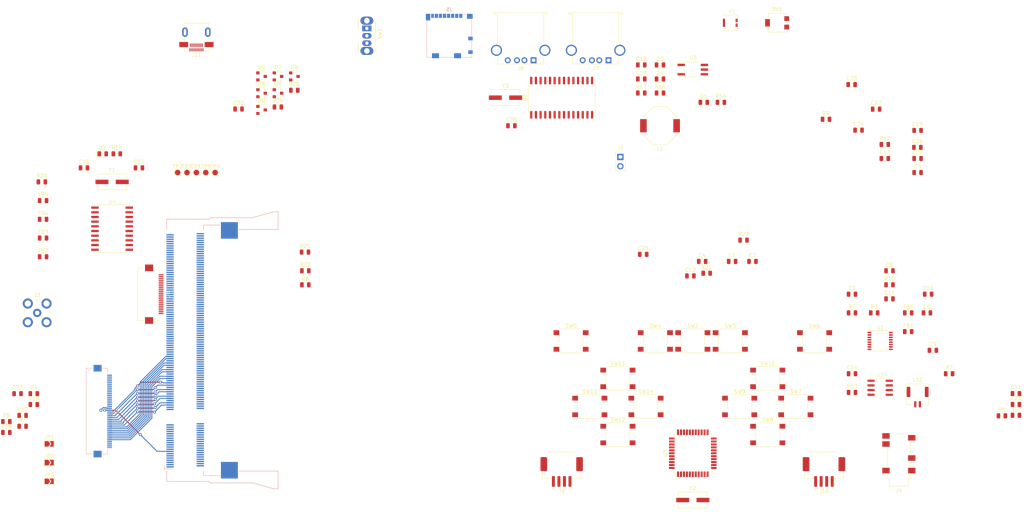
<source format=kicad_pcb>
(kicad_pcb (version 20171130) (host pcbnew "(5.1.5)-2")
  (layers (0 F.Cu signal) (31 B.Cu signal) (34 B.Paste user) (35 F.Paste user) (36 B.SilkS user) (37 F.SilkS user) (38 B.Mask user) (39 F.Mask user) (44 Edge.Cuts user))
  (net 0 "")
  (net 1 "Net-(C1-Pad2)")
  (net 2 "Net-(C1-Pad1)")
  (net 3 GND)
  (net 4 +5V)
  (net 5 "Net-(C4-Pad2)")
  (net 6 GNDA)
  (net 7 "Net-(C6-Pad1)")
  (net 8 "Net-(C7-Pad2)")
  (net 9 "Net-(C7-Pad1)")
  (net 10 "Net-(C8-Pad2)")
  (net 11 "Net-(C8-Pad1)")
  (net 12 /AUDIO_OUT_L)
  (net 13 /AUDIO_OUT_R)
  (net 14 "Net-(C13-Pad2)")
  (net 15 "Net-(C14-Pad1)")
  (net 16 "Net-(C15-Pad1)")
  (net 17 "Net-(C16-Pad1)")
  (net 18 +24V)
  (net 19 +3V3)
  (net 20 "Net-(C20-Pad2)")
  (net 21 DISP_LED_K)
  (net 22 "Net-(C22-Pad1)")
  (net 23 "Net-(C23-Pad1)")
  (net 24 "Net-(C24-Pad1)")
  (net 25 "Net-(C25-Pad1)")
  (net 26 "Net-(C27-Pad2)")
  (net 27 "Net-(C28-Pad2)")
  (net 28 "Net-(C30-Pad1)")
  (net 29 "Net-(D1-Pad2)")
  (net 30 "Net-(D1-Pad1)")
  (net 31 "Net-(D2-Pad2)")
  (net 32 "Net-(D2-Pad1)")
  (net 33 "Net-(D3-Pad2)")
  (net 34 "Net-(D5-Pad1)")
  (net 35 HDMI_CEC)
  (net 36 HDMI_SCL)
  (net 37 HDMI_SDA)
  (net 38 "Net-(D9-Pad3)")
  (net 39 "Net-(F1-Pad2)")
  (net 40 "Net-(F1-Pad1)")
  (net 41 DISP_X_+)
  (net 42 "Net-(FB2-Pad1)")
  (net 43 DISP_Y_+)
  (net 44 "Net-(FB3-Pad1)")
  (net 45 DISP_X_-)
  (net 46 "Net-(FB4-Pad1)")
  (net 47 DISP_Y_-)
  (net 48 "Net-(FB5-Pad1)")
  (net 49 +BATT)
  (net 50 "Net-(J2-Pad35)")
  (net 51 DISP_DE)
  (net 52 DISP_V_SYNC)
  (net 53 DISP_H_SYNC)
  (net 54 "Net-(J2-Pad31)")
  (net 55 DISP_CLK)
  (net 56 DISP_B7)
  (net 57 DISP_B6)
  (net 58 DISP_B5)
  (net 59 DISP_B4)
  (net 60 DISP_B3)
  (net 61 DISP_B2)
  (net 62 DISP_B1)
  (net 63 DISP_B0)
  (net 64 DISP_G7)
  (net 65 DISP_G6)
  (net 66 DISP_G5)
  (net 67 DISP_G4)
  (net 68 DISP_G3)
  (net 69 DISP_G2)
  (net 70 DISP_G1)
  (net 71 DISP_G0)
  (net 72 DISP_R7)
  (net 73 DISP_R6)
  (net 74 DISP_R5)
  (net 75 DISP_R4)
  (net 76 DISP_R3)
  (net 77 DISP_R2)
  (net 78 DISP_R1)
  (net 79 DISP_R0)
  (net 80 /TV-DAC-OUT)
  (net 81 "Net-(J5-Pad9)")
  (net 82 SDX_D0)
  (net 83 SDX_CLK)
  (net 84 SDX_CMD)
  (net 85 SDX_D3)
  (net 86 SDX_D1)
  (net 87 SDX_D2)
  (net 88 CD1_SDA)
  (net 89 CD1_SCL)
  (net 90 CAM1_IO1)
  (net 91 CAM1_IO0)
  (net 92 CAM1_D3_N)
  (net 93 CAM1_D3_P)
  (net 94 CAM1_D2_N)
  (net 95 CAM1_D2_P)
  (net 96 CAM1_C_P)
  (net 97 CAM1_C_N)
  (net 98 CAM1_D1_N)
  (net 99 CAM1_D1_P)
  (net 100 CAM1_D0_N)
  (net 101 CAM1_D0_P)
  (net 102 USB0_D_+)
  (net 103 USB0_D_-)
  (net 104 USB1_D_+)
  (net 105 USB1_D_-)
  (net 106 L_JOYSTICK_Y)
  (net 107 L_JOYSTICK_X)
  (net 108 R_JOYSTICK_Y)
  (net 109 R_JOYSTICK_X)
  (net 110 "Net-(J11-Pad14)")
  (net 111 HDMI_CLK_N)
  (net 112 HDMI_CLK_P)
  (net 113 HDMI_D1_N)
  (net 114 HDMI_D1_P)
  (net 115 HDMI_D0_N)
  (net 116 HDMI_D0_P)
  (net 117 HDMI_D2_N)
  (net 118 HDMI_D2_P)
  (net 119 "Net-(JP1-Pad1)")
  (net 120 "Net-(JP2-Pad1)")
  (net 121 "Net-(JP3-Pad1)")
  (net 122 "Net-(LS1-Pad2)")
  (net 123 "Net-(LS1-Pad1)")
  (net 124 +2V5)
  (net 125 +1V8)
  (net 126 "Net-(MD1-Pad180)")
  (net 127 "Net-(MD1-Pad179)")
  (net 128 "Net-(MD1-Pad178)")
  (net 129 "Net-(MD1-Pad177)")
  (net 130 "Net-(MD1-Pad176)")
  (net 131 "Net-(MD1-Pad174)")
  (net 132 "Net-(MD1-Pad172)")
  (net 133 PI_USB_OTG_ID)
  (net 134 PI_USB_DATA_-)
  (net 135 PI_USB_DATA_+)
  (net 136 "Net-(MD1-Pad162)")
  (net 137 "Net-(MD1-Pad160)")
  (net 138 "Net-(MD1-Pad158)")
  (net 139 "Net-(MD1-Pad156)")
  (net 140 "Net-(MD1-Pad154)")
  (net 141 "Net-(MD1-Pad150)")
  (net 142 "Net-(MD1-Pad148)")
  (net 143 "Net-(MD1-Pad144)")
  (net 144 "Net-(MD1-Pad142)")
  (net 145 "Net-(MD1-Pad138)")
  (net 146 "Net-(MD1-Pad136)")
  (net 147 "Net-(MD1-Pad132)")
  (net 148 "Net-(MD1-Pad130)")
  (net 149 "Net-(MD1-Pad128)")
  (net 150 "Net-(MD1-Pad126)")
  (net 151 "Net-(MD1-Pad124)")
  (net 152 "Net-(MD1-Pad120)")
  (net 153 "Net-(MD1-Pad118)")
  (net 154 "Net-(MD1-Pad114)")
  (net 155 "Net-(MD1-Pad112)")
  (net 156 "Net-(MD1-Pad108)")
  (net 157 "Net-(MD1-Pad107)")
  (net 158 "Net-(MD1-Pad106)")
  (net 159 "Net-(MD1-Pad105)")
  (net 160 "Net-(MD1-Pad102)")
  (net 161 "Net-(MD1-Pad101)")
  (net 162 "Net-(MD1-Pad100)")
  (net 163 "Net-(MD1-Pad99)")
  (net 164 "Net-(MD1-Pad96)")
  (net 165 "Net-(MD1-Pad95)")
  (net 166 "Net-(MD1-Pad94)")
  (net 167 "Net-(MD1-Pad93)")
  (net 168 "Net-(MD1-Pad90)")
  (net 169 HDMI_HPD_N_1V8)
  (net 170 "Net-(MD1-Pad72)")
  (net 171 "Net-(MD1-Pad70)")
  (net 172 "Net-(MD1-Pad66)")
  (net 173 "Net-(MD1-Pad64)")
  (net 174 "Net-(MD1-Pad60)")
  (net 175 "Net-(MD1-Pad58)")
  (net 176 "Net-(MD1-Pad54)")
  (net 177 "Net-(MD1-Pad52)")
  (net 178 "Net-(MD1-Pad48)")
  (net 179 "Net-(MD1-Pad46)")
  (net 180 AUDIO_DATA_IN)
  (net 181 "Net-(MD1-Pad34)")
  (net 182 AUDIO_LR_CLK)
  (net 183 AUDIO_BIT_CLK)
  (net 184 "Net-(MD1-Pad2)")
  (net 185 "Net-(Q1-Pad3)")
  (net 186 /SPEAKER)
  (net 187 "Net-(R20-Pad2)")
  (net 188 MCU_RESET)
  (net 189 "Net-(R23-Pad2)")
  (net 190 "Net-(RV1-Pad3)")
  (net 191 "Net-(RV1-Pad2)")
  (net 192 "Net-(RV1-Pad1)")
  (net 193 GAMEPAD_HOME)
  (net 194 GAMEPAD_START)
  (net 195 GAMEPAD_SELECT)
  (net 196 GAMEPAD_L)
  (net 197 GAMEPAD_R)
  (net 198 GAMEPAD_A)
  (net 199 GAMEPAD_B)
  (net 200 GAMEPAD_X)
  (net 201 GAMEPAD_Y)
  (net 202 D_PAD_UP)
  (net 203 D_PAD_DOWN)
  (net 204 D_PAD_LEFT)
  (net 205 D_PAD_RIGHT)
  (net 206 "Net-(U1-Pad8)")
  (net 207 TOUCH_USB_D_+)
  (net 208 TOUCH_USB_D_-)
  (net 209 "Net-(U4-Pad12)")
  (net 210 "Net-(U4-Pad10)")
  (net 211 "Net-(U5-Pad41)")
  (net 212 "Net-(U5-Pad40)")
  (net 213 "Net-(U5-Pad12)")
  (net 214 MCU_MISO)
  (net 215 MCU_MOSI)
  (net 216 MCU_SCK)
  (net 217 "Net-(U5-Pad8)")
  (net 218 MCU_CONTROLLER_D_+)
  (net 219 MCU_CONTROLLER_D_-)
  (net 220 "Net-(U5-Pad1)")
  (net 221 "Net-(U6-Pad27)")
  (net 222 "Net-(U6-Pad25)")
  (net 223 "Net-(U6-Pad24)")
  (net 224 "Net-(U6-Pad23)")
  (net 225 "Net-(U6-Pad22)")
  (net 226 "Net-(U6-Pad21)")
  (net 227 "Net-(U6-Pad18)")
  (net 228 "Net-(U6-Pad17)")
  (net 229 "Net-(U6-Pad13)")
  (net 230 "Net-(U6-Pad12)")
  (net 231 "Net-(U6-Pad3)")
  (net 232 "Net-(U6-Pad2)")
  (module Crystal:Crystal_SMD_ECS_CSM3X-2Pin_7.6x4.1mm (layer F.Cu) (at 101.6 73.66)
    (fp_text reference Y3 (at 0 -3.2) (layer F.SilkS))
    (fp_text value 12MHz)
    (pad 2 smd rect (at 2.75 0) (size 3.5 1.2) (layers F.Cu F.Paste F.Mask) (net 232 "Net-(U6-Pad2)"))
    (pad 1 smd rect (at -2.75 0) (size 3.5 1.2) (layers F.Cu F.Paste F.Mask) (net 231 "Net-(U6-Pad3)"))
  )
  (module Crystal:Crystal_SMD_ECS_CSM3X-2Pin_7.6x4.1mm (layer F.Cu) (at 152.4 182.88)
    (fp_text reference Y2 (at 0 -3.2) (layer F.SilkS))
    (fp_text value 16MHz)
    (pad 2 smd rect (at 2.75 0) (size 3.5 1.2) (layers F.Cu F.Paste F.Mask) (net 23 "Net-(C23-Pad1)"))
    (pad 1 smd rect (at -2.75 0) (size 3.5 1.2) (layers F.Cu F.Paste F.Mask) (net 24 "Net-(C24-Pad1)"))
  )
  (module Crystal:Crystal_SMD_ECS_CSM3X-2Pin_7.6x4.1mm (layer F.Cu) (at -5.08 96.52)
    (fp_text reference Y1 (at 0 -3.2) (layer F.SilkS))
    (fp_text value 12MHz)
    (pad 2 smd rect (at 2.75 0) (size 3.5 1.2) (layers F.Cu F.Paste F.Mask) (net 16 "Net-(C15-Pad1)"))
    (pad 1 smd rect (at -2.75 0) (size 3.5 1.2) (layers F.Cu F.Paste F.Mask) (net 17 "Net-(C16-Pad1)"))
  )
  (module Package_SO:SOIC-28W_7.5x17.9mm_P1.27mm (layer F.Cu) (at 116.84 73.66 90)
    (fp_text reference U6 (at 0 -9.9 90) (layer F.SilkS))
    (fp_text value FE1.1s)
    (pad 28 smd roundrect (at 4.65 -8.255 90) (size 2.05 0.6) (layers F.Cu F.Paste F.Mask) (net 26 "Net-(C27-Pad2)"))
    (pad 27 smd roundrect (at 4.65 -6.985 90) (size 2.05 0.6) (layers F.Cu F.Paste F.Mask) (net 221 "Net-(U6-Pad27)"))
    (pad 26 smd roundrect (at 4.65 -5.715 90) (size 2.05 0.6) (layers F.Cu F.Paste F.Mask) (net 27 "Net-(C28-Pad2)"))
    (pad 25 smd roundrect (at 4.65 -4.445 90) (size 2.05 0.6) (layers F.Cu F.Paste F.Mask) (net 222 "Net-(U6-Pad25)"))
    (pad 24 smd roundrect (at 4.65 -3.175 90) (size 2.05 0.6) (layers F.Cu F.Paste F.Mask) (net 223 "Net-(U6-Pad24)"))
    (pad 23 smd roundrect (at 4.65 -1.905 90) (size 2.05 0.6) (layers F.Cu F.Paste F.Mask) (net 224 "Net-(U6-Pad23)"))
    (pad 22 smd roundrect (at 4.65 -0.635 90) (size 2.05 0.6) (layers F.Cu F.Paste F.Mask) (net 225 "Net-(U6-Pad22)"))
    (pad 21 smd roundrect (at 4.65 0.635 90) (size 2.05 0.6) (layers F.Cu F.Paste F.Mask) (net 226 "Net-(U6-Pad21)"))
    (pad 20 smd roundrect (at 4.65 1.905 90) (size 2.05 0.6) (layers F.Cu F.Paste F.Mask) (net 4 +5V))
    (pad 19 smd roundrect (at 4.65 3.175 90) (size 2.05 0.6) (layers F.Cu F.Paste F.Mask) (net 4 +5V))
    (pad 18 smd roundrect (at 4.65 4.445 90) (size 2.05 0.6) (layers F.Cu F.Paste F.Mask) (net 227 "Net-(U6-Pad18)"))
    (pad 17 smd roundrect (at 4.65 5.715 90) (size 2.05 0.6) (layers F.Cu F.Paste F.Mask) (net 228 "Net-(U6-Pad17)"))
    (pad 16 smd roundrect (at 4.65 6.985 90) (size 2.05 0.6) (layers F.Cu F.Paste F.Mask) (net 135 PI_USB_DATA_+))
    (pad 15 smd roundrect (at 4.65 8.255 90) (size 2.05 0.6) (layers F.Cu F.Paste F.Mask) (net 134 PI_USB_DATA_-))
    (pad 14 smd roundrect (at -4.65 8.255 90) (size 2.05 0.6) (layers F.Cu F.Paste F.Mask) (net 189 "Net-(R23-Pad2)"))
    (pad 13 smd roundrect (at -4.65 6.985 90) (size 2.05 0.6) (layers F.Cu F.Paste F.Mask) (net 229 "Net-(U6-Pad13)"))
    (pad 12 smd roundrect (at -4.65 5.715 90) (size 2.05 0.6) (layers F.Cu F.Paste F.Mask) (net 230 "Net-(U6-Pad12)"))
    (pad 11 smd roundrect (at -4.65 4.445 90) (size 2.05 0.6) (layers F.Cu F.Paste F.Mask) (net 218 MCU_CONTROLLER_D_+))
    (pad 10 smd roundrect (at -4.65 3.175 90) (size 2.05 0.6) (layers F.Cu F.Paste F.Mask) (net 219 MCU_CONTROLLER_D_-))
    (pad 9 smd roundrect (at -4.65 1.905 90) (size 2.05 0.6) (layers F.Cu F.Paste F.Mask) (net 207 TOUCH_USB_D_+))
    (pad 8 smd roundrect (at -4.65 0.635 90) (size 2.05 0.6) (layers F.Cu F.Paste F.Mask) (net 208 TOUCH_USB_D_-))
    (pad 7 smd roundrect (at -4.65 -0.635 90) (size 2.05 0.6) (layers F.Cu F.Paste F.Mask) (net 104 USB1_D_+))
    (pad 6 smd roundrect (at -4.65 -1.905 90) (size 2.05 0.6) (layers F.Cu F.Paste F.Mask) (net 105 USB1_D_-))
    (pad 5 smd roundrect (at -4.65 -3.175 90) (size 2.05 0.6) (layers F.Cu F.Paste F.Mask) (net 102 USB0_D_+))
    (pad 4 smd roundrect (at -4.65 -4.445 90) (size 2.05 0.6) (layers F.Cu F.Paste F.Mask) (net 103 USB0_D_-))
    (pad 3 smd roundrect (at -4.65 -5.715 90) (size 2.05 0.6) (layers F.Cu F.Paste F.Mask) (net 231 "Net-(U6-Pad3)"))
    (pad 2 smd roundrect (at -4.65 -6.985 90) (size 2.05 0.6) (layers F.Cu F.Paste F.Mask) (net 232 "Net-(U6-Pad2)"))
    (pad 1 smd roundrect (at -4.65 -8.255 90) (size 2.05 0.6) (layers F.Cu F.Paste F.Mask) (net 3 GND))
  )
  (module Package_QFP:TQFP-44_10x10mm_P0.8mm (layer F.Cu) (at 152.4 170.18 90)
    (fp_text reference U5 (at 0 -7.45 90) (layer F.SilkS))
    (fp_text value ATmega32U4-AU)
    (pad 44 smd rect (at -4 -5.7 180) (size 1.5 0.55) (layers F.Cu F.Paste F.Mask) (net 4 +5V))
    (pad 43 smd rect (at -3.2 -5.7 180) (size 1.5 0.55) (layers F.Cu F.Paste F.Mask) (net 3 GND))
    (pad 42 smd rect (at -2.4 -5.7 180) (size 1.5 0.55) (layers F.Cu F.Paste F.Mask) (net 22 "Net-(C22-Pad1)"))
    (pad 41 smd rect (at -1.6 -5.7 180) (size 1.5 0.55) (layers F.Cu F.Paste F.Mask) (net 211 "Net-(U5-Pad41)"))
    (pad 40 smd rect (at -0.8 -5.7 180) (size 1.5 0.55) (layers F.Cu F.Paste F.Mask) (net 212 "Net-(U5-Pad40)"))
    (pad 39 smd rect (at 0 -5.7 180) (size 1.5 0.55) (layers F.Cu F.Paste F.Mask) (net 108 R_JOYSTICK_Y))
    (pad 38 smd rect (at 0.8 -5.7 180) (size 1.5 0.55) (layers F.Cu F.Paste F.Mask) (net 109 R_JOYSTICK_X))
    (pad 37 smd rect (at 1.6 -5.7 180) (size 1.5 0.55) (layers F.Cu F.Paste F.Mask) (net 106 L_JOYSTICK_Y))
    (pad 36 smd rect (at 2.4 -5.7 180) (size 1.5 0.55) (layers F.Cu F.Paste F.Mask) (net 107 L_JOYSTICK_X))
    (pad 35 smd rect (at 3.2 -5.7 180) (size 1.5 0.55) (layers F.Cu F.Paste F.Mask) (net 3 GND))
    (pad 34 smd rect (at 4 -5.7 180) (size 1.5 0.55) (layers F.Cu F.Paste F.Mask) (net 4 +5V))
    (pad 33 smd rect (at 5.7 -4 90) (size 1.5 0.55) (layers F.Cu F.Paste F.Mask) (net 3 GND))
    (pad 32 smd rect (at 5.7 -3.2 90) (size 1.5 0.55) (layers F.Cu F.Paste F.Mask) (net 196 GAMEPAD_L))
    (pad 31 smd rect (at 5.7 -2.4 90) (size 1.5 0.55) (layers F.Cu F.Paste F.Mask) (net 197 GAMEPAD_R))
    (pad 30 smd rect (at 5.7 -1.6 90) (size 1.5 0.55) (layers F.Cu F.Paste F.Mask) (net 195 GAMEPAD_SELECT))
    (pad 29 smd rect (at 5.7 -0.8 90) (size 1.5 0.55) (layers F.Cu F.Paste F.Mask) (net 193 GAMEPAD_HOME))
    (pad 28 smd rect (at 5.7 0 90) (size 1.5 0.55) (layers F.Cu F.Paste F.Mask) (net 194 GAMEPAD_START))
    (pad 27 smd rect (at 5.7 0.8 90) (size 1.5 0.55) (layers F.Cu F.Paste F.Mask) (net 205 D_PAD_RIGHT))
    (pad 26 smd rect (at 5.7 1.6 90) (size 1.5 0.55) (layers F.Cu F.Paste F.Mask) (net 204 D_PAD_LEFT))
    (pad 25 smd rect (at 5.7 2.4 90) (size 1.5 0.55) (layers F.Cu F.Paste F.Mask) (net 202 D_PAD_UP))
    (pad 24 smd rect (at 5.7 3.2 90) (size 1.5 0.55) (layers F.Cu F.Paste F.Mask) (net 4 +5V))
    (pad 23 smd rect (at 5.7 4 90) (size 1.5 0.55) (layers F.Cu F.Paste F.Mask) (net 3 GND))
    (pad 22 smd rect (at 4 5.7 180) (size 1.5 0.55) (layers F.Cu F.Paste F.Mask) (net 203 D_PAD_DOWN))
    (pad 21 smd rect (at 3.2 5.7 180) (size 1.5 0.55) (layers F.Cu F.Paste F.Mask) (net 201 GAMEPAD_Y))
    (pad 20 smd rect (at 2.4 5.7 180) (size 1.5 0.55) (layers F.Cu F.Paste F.Mask) (net 200 GAMEPAD_X))
    (pad 19 smd rect (at 1.6 5.7 180) (size 1.5 0.55) (layers F.Cu F.Paste F.Mask) (net 199 GAMEPAD_B))
    (pad 18 smd rect (at 0.8 5.7 180) (size 1.5 0.55) (layers F.Cu F.Paste F.Mask) (net 198 GAMEPAD_A))
    (pad 17 smd rect (at 0 5.7 180) (size 1.5 0.55) (layers F.Cu F.Paste F.Mask) (net 23 "Net-(C23-Pad1)"))
    (pad 16 smd rect (at -0.8 5.7 180) (size 1.5 0.55) (layers F.Cu F.Paste F.Mask) (net 24 "Net-(C24-Pad1)"))
    (pad 15 smd rect (at -1.6 5.7 180) (size 1.5 0.55) (layers F.Cu F.Paste F.Mask) (net 3 GND))
    (pad 14 smd rect (at -2.4 5.7 180) (size 1.5 0.55) (layers F.Cu F.Paste F.Mask) (net 4 +5V))
    (pad 13 smd rect (at -3.2 5.7 180) (size 1.5 0.55) (layers F.Cu F.Paste F.Mask) (net 188 MCU_RESET))
    (pad 12 smd rect (at -4 5.7 180) (size 1.5 0.55) (layers F.Cu F.Paste F.Mask) (net 213 "Net-(U5-Pad12)"))
    (pad 11 smd rect (at -5.7 4 90) (size 1.5 0.55) (layers F.Cu F.Paste F.Mask) (net 214 MCU_MISO))
    (pad 10 smd rect (at -5.7 3.2 90) (size 1.5 0.55) (layers F.Cu F.Paste F.Mask) (net 215 MCU_MOSI))
    (pad 9 smd rect (at -5.7 2.4 90) (size 1.5 0.55) (layers F.Cu F.Paste F.Mask) (net 216 MCU_SCK))
    (pad 8 smd rect (at -5.7 1.6 90) (size 1.5 0.55) (layers F.Cu F.Paste F.Mask) (net 217 "Net-(U5-Pad8)"))
    (pad 7 smd rect (at -5.7 0.8 90) (size 1.5 0.55) (layers F.Cu F.Paste F.Mask) (net 4 +5V))
    (pad 6 smd rect (at -5.7 0 90) (size 1.5 0.55) (layers F.Cu F.Paste F.Mask) (net 25 "Net-(C25-Pad1)"))
    (pad 5 smd rect (at -5.7 -0.8 90) (size 1.5 0.55) (layers F.Cu F.Paste F.Mask) (net 3 GND))
    (pad 4 smd rect (at -5.7 -1.6 90) (size 1.5 0.55) (layers F.Cu F.Paste F.Mask) (net 218 MCU_CONTROLLER_D_+))
    (pad 3 smd rect (at -5.7 -2.4 90) (size 1.5 0.55) (layers F.Cu F.Paste F.Mask) (net 219 MCU_CONTROLLER_D_-))
    (pad 2 smd rect (at -5.7 -3.2 90) (size 1.5 0.55) (layers F.Cu F.Paste F.Mask) (net 4 +5V))
    (pad 1 smd rect (at -5.7 -4 90) (size 1.5 0.55) (layers F.Cu F.Paste F.Mask) (net 220 "Net-(U5-Pad1)"))
  )
  (module Package_SO:SOIC-20W_7.5x12.8mm_P1.27mm (layer F.Cu) (at -5.08 109.22)
    (fp_text reference U4 (at 0 -7.35) (layer F.SilkS))
    (fp_text value AR1100)
    (pad 20 smd roundrect (at 4.65 -5.715) (size 2.05 0.6) (layers F.Cu F.Paste F.Mask) (net 3 GND))
    (pad 19 smd roundrect (at 4.65 -4.445) (size 2.05 0.6) (layers F.Cu F.Paste F.Mask) (net 207 TOUCH_USB_D_+))
    (pad 18 smd roundrect (at 4.65 -3.175) (size 2.05 0.6) (layers F.Cu F.Paste F.Mask) (net 208 TOUCH_USB_D_-))
    (pad 17 smd roundrect (at 4.65 -1.905) (size 2.05 0.6) (layers F.Cu F.Paste F.Mask) (net 20 "Net-(C20-Pad2)"))
    (pad 16 smd roundrect (at 4.65 -0.635) (size 2.05 0.6) (layers F.Cu F.Paste F.Mask) (net 47 DISP_Y_-))
    (pad 15 smd roundrect (at 4.65 0.635) (size 2.05 0.6) (layers F.Cu F.Paste F.Mask) (net 43 DISP_Y_+))
    (pad 14 smd roundrect (at 4.65 1.905) (size 2.05 0.6) (layers F.Cu F.Paste F.Mask) (net 45 DISP_X_-))
    (pad 13 smd roundrect (at 4.65 3.175) (size 2.05 0.6) (layers F.Cu F.Paste F.Mask) (net 3 GND))
    (pad 12 smd roundrect (at 4.65 4.445) (size 2.05 0.6) (layers F.Cu F.Paste F.Mask) (net 209 "Net-(U4-Pad12)"))
    (pad 11 smd roundrect (at 4.65 5.715) (size 2.05 0.6) (layers F.Cu F.Paste F.Mask) (net 187 "Net-(R20-Pad2)"))
    (pad 10 smd roundrect (at -4.65 5.715) (size 2.05 0.6) (layers F.Cu F.Paste F.Mask) (net 210 "Net-(U4-Pad10)"))
    (pad 9 smd roundrect (at -4.65 4.445) (size 2.05 0.6) (layers F.Cu F.Paste F.Mask) (net 3 GND))
    (pad 8 smd roundrect (at -4.65 3.175) (size 2.05 0.6) (layers F.Cu F.Paste F.Mask) (net 3 GND))
    (pad 7 smd roundrect (at -4.65 1.905) (size 2.05 0.6) (layers F.Cu F.Paste F.Mask) (net 41 DISP_X_+))
    (pad 6 smd roundrect (at -4.65 0.635) (size 2.05 0.6) (layers F.Cu F.Paste F.Mask) (net 3 GND))
    (pad 5 smd roundrect (at -4.65 -0.635) (size 2.05 0.6) (layers F.Cu F.Paste F.Mask) (net 31 "Net-(D2-Pad2)"))
    (pad 4 smd roundrect (at -4.65 -1.905) (size 2.05 0.6) (layers F.Cu F.Paste F.Mask) (net 4 +5V))
    (pad 3 smd roundrect (at -4.65 -3.175) (size 2.05 0.6) (layers F.Cu F.Paste F.Mask) (net 17 "Net-(C16-Pad1)"))
    (pad 2 smd roundrect (at -4.65 -4.445) (size 2.05 0.6) (layers F.Cu F.Paste F.Mask) (net 16 "Net-(C15-Pad1)"))
    (pad 1 smd roundrect (at -4.65 -5.715) (size 2.05 0.6) (layers F.Cu F.Paste F.Mask) (net 4 +5V))
  )
  (module Package_SO:SO-5_4.4x3.6mm_P1.27mm (layer F.Cu) (at 152.4 66.04)
    (fp_text reference U3 (at 0.1 -3.265) (layer F.SilkS))
    (fp_text value FAN5333BSX)
    (pad 6 smd rect (at 3.15 -1.27) (size 2 0.64) (layers F.Cu F.Paste F.Mask))
    (pad 5 smd rect (at 3.15 0) (size 2 0.64) (layers F.Cu F.Paste F.Mask) (net 4 +5V))
    (pad 4 smd rect (at 3.15 1.27) (size 2 0.64) (layers F.Cu F.Paste F.Mask) (net 29 "Net-(D1-Pad2)"))
    (pad 3 smd rect (at -3.15 1.27) (size 2 0.64) (layers F.Cu F.Paste F.Mask) (net 21 DISP_LED_K))
    (pad 1 smd rect (at -3.15 -1.27) (size 2 0.64) (layers F.Cu F.Paste F.Mask) (net 33 "Net-(D3-Pad2)"))
  )
  (module Package_SO:SOIC-8_3.9x4.9mm_P1.27mm (layer F.Cu) (at 203.2 152.4)
    (fp_text reference U2 (at 0 -3.4) (layer F.SilkS))
    (fp_text value TDA2822)
    (pad 8 smd roundrect (at 2.475 -1.905) (size 1.95 0.6) (layers F.Cu F.Paste F.Mask) (net 2 "Net-(C1-Pad1)"))
    (pad 7 smd roundrect (at 2.475 -0.635) (size 1.95 0.6) (layers F.Cu F.Paste F.Mask) (net 186 /SPEAKER))
    (pad 6 smd roundrect (at 2.475 0.635) (size 1.95 0.6) (layers F.Cu F.Paste F.Mask) (net 3 GND))
    (pad 5 smd roundrect (at 2.475 1.905) (size 1.95 0.6) (layers F.Cu F.Paste F.Mask) (net 1 "Net-(C1-Pad2)"))
    (pad 4 smd roundrect (at -2.475 1.905) (size 1.95 0.6) (layers F.Cu F.Paste F.Mask) (net 3 GND))
    (pad 3 smd roundrect (at -2.475 0.635) (size 1.95 0.6) (layers F.Cu F.Paste F.Mask) (net 122 "Net-(LS1-Pad2)"))
    (pad 2 smd roundrect (at -2.475 -0.635) (size 1.95 0.6) (layers F.Cu F.Paste F.Mask) (net 4 +5V))
    (pad 1 smd roundrect (at -2.475 -1.905) (size 1.95 0.6) (layers F.Cu F.Paste F.Mask) (net 123 "Net-(LS1-Pad1)"))
  )
  (module Package_SO:SSOP-16_4.4x5.2mm_P0.65mm (layer F.Cu) (at 203.2 139.7)
    (fp_text reference U1 (at 0 -3.65) (layer F.SilkS))
    (fp_text value UDA1334ATS)
    (pad 16 smd rect (at 2.9 -2.275) (size 1 0.4) (layers F.Cu F.Paste F.Mask) (net 10 "Net-(C8-Pad2)"))
    (pad 15 smd rect (at 2.9 -1.625) (size 1 0.4) (layers F.Cu F.Paste F.Mask) (net 6 GNDA))
    (pad 14 smd rect (at 2.9 -0.975) (size 1 0.4) (layers F.Cu F.Paste F.Mask) (net 8 "Net-(C7-Pad2)"))
    (pad 13 smd rect (at 2.9 -0.325) (size 1 0.4) (layers F.Cu F.Paste F.Mask) (net 5 "Net-(C4-Pad2)"))
    (pad 12 smd rect (at 2.9 0.325) (size 1 0.4) (layers F.Cu F.Paste F.Mask) (net 7 "Net-(C6-Pad1)"))
    (pad 11 smd rect (at 2.9 0.975) (size 1 0.4) (layers F.Cu F.Paste F.Mask) (net 3 GND))
    (pad 10 smd rect (at 2.9 1.625) (size 1 0.4) (layers F.Cu F.Paste F.Mask) (net 3 GND))
    (pad 9 smd rect (at 2.9 2.275) (size 1 0.4) (layers F.Cu F.Paste F.Mask) (net 3 GND))
    (pad 8 smd rect (at -2.9 2.275) (size 1 0.4) (layers F.Cu F.Paste F.Mask) (net 206 "Net-(U1-Pad8)"))
    (pad 7 smd rect (at -2.9 1.625) (size 1 0.4) (layers F.Cu F.Paste F.Mask) (net 3 GND))
    (pad 6 smd rect (at -2.9 0.975) (size 1 0.4) (layers F.Cu F.Paste F.Mask) (net 3 GND))
    (pad 5 smd rect (at -2.9 0.325) (size 1 0.4) (layers F.Cu F.Paste F.Mask) (net 3 GND))
    (pad 4 smd rect (at -2.9 -0.325) (size 1 0.4) (layers F.Cu F.Paste F.Mask) (net 19 +3V3))
    (pad 3 smd rect (at -2.9 -0.975) (size 1 0.4) (layers F.Cu F.Paste F.Mask) (net 180 AUDIO_DATA_IN))
    (pad 2 smd rect (at -2.9 -1.625) (size 1 0.4) (layers F.Cu F.Paste F.Mask) (net 182 AUDIO_LR_CLK))
    (pad 1 smd rect (at -2.9 -2.275) (size 1 0.4) (layers F.Cu F.Paste F.Mask) (net 183 AUDIO_BIT_CLK))
  )
  (module TestPoint:TestPoint_Pad_D1.5mm (layer F.Cu) (at 20.32 93.98)
    (fp_text reference TP5 (at 0 -1.648) (layer F.SilkS))
    (fp_text value JTAG_TCK)
    (pad 1 smd circle (at 0 0) (size 1.5 1.5) (layers F.Cu F.Mask) (net 126 "Net-(MD1-Pad180)"))
  )
  (module TestPoint:TestPoint_Pad_D1.5mm (layer F.Cu) (at 22.86 93.98)
    (fp_text reference TP4 (at 0 -1.648) (layer F.SilkS))
    (fp_text value JTAG_TDO)
    (pad 1 smd circle (at 0 0) (size 1.5 1.5) (layers F.Cu F.Mask) (net 128 "Net-(MD1-Pad178)"))
  )
  (module TestPoint:TestPoint_Pad_D1.5mm (layer F.Cu) (at 15.24 93.98)
    (fp_text reference TP3 (at 0 -1.648) (layer F.SilkS))
    (fp_text value JTAG_TMS)
    (pad 1 smd circle (at 0 0) (size 1.5 1.5) (layers F.Cu F.Mask) (net 130 "Net-(MD1-Pad176)"))
  )
  (module TestPoint:TestPoint_Pad_D1.5mm (layer F.Cu) (at 12.7 93.98)
    (fp_text reference TP2 (at 0 -1.648) (layer F.SilkS))
    (fp_text value JTAG_TDI)
    (pad 1 smd circle (at 0 0) (size 1.5 1.5) (layers F.Cu F.Mask) (net 131 "Net-(MD1-Pad174)"))
  )
  (module TestPoint:TestPoint_Pad_D1.5mm (layer F.Cu) (at 17.78 93.98)
    (fp_text reference TP1 (at 0 -1.648) (layer F.SilkS))
    (fp_text value JTAG_TRST_N)
    (pad 1 smd circle (at 0 0) (size 1.5 1.5) (layers F.Cu F.Mask) (net 132 "Net-(MD1-Pad172)"))
  )
  (module Button_Switch_SMD:SW_Push_1P1T_NO_6x6mm_H9.5mm (layer F.Cu) (at 139.7 157.48)
    (fp_text reference SW14 (at 0 -4.05) (layer F.SilkS))
    (fp_text value D_PAD_RIGHT_Button)
    (pad 2 smd rect (at 3.975 2.25) (size 1.55 1.3) (layers F.Cu F.Paste F.Mask) (net 3 GND))
    (pad 1 smd rect (at 3.975 -2.25) (size 1.55 1.3) (layers F.Cu F.Paste F.Mask) (net 205 D_PAD_RIGHT))
    (pad 1 smd rect (at -3.975 -2.25) (size 1.55 1.3) (layers F.Cu F.Paste F.Mask) (net 205 D_PAD_RIGHT))
    (pad 2 smd rect (at -3.975 2.25) (size 1.55 1.3) (layers F.Cu F.Paste F.Mask) (net 3 GND))
  )
  (module Button_Switch_SMD:SW_Push_1P1T_NO_6x6mm_H9.5mm (layer F.Cu) (at 124.46 157.48)
    (fp_text reference SW13 (at 0 -4.05) (layer F.SilkS))
    (fp_text value D_PAD_LEFT_Button)
    (pad 2 smd rect (at 3.975 2.25) (size 1.55 1.3) (layers F.Cu F.Paste F.Mask) (net 3 GND))
    (pad 1 smd rect (at 3.975 -2.25) (size 1.55 1.3) (layers F.Cu F.Paste F.Mask) (net 204 D_PAD_LEFT))
    (pad 1 smd rect (at -3.975 -2.25) (size 1.55 1.3) (layers F.Cu F.Paste F.Mask) (net 204 D_PAD_LEFT))
    (pad 2 smd rect (at -3.975 2.25) (size 1.55 1.3) (layers F.Cu F.Paste F.Mask) (net 3 GND))
  )
  (module Button_Switch_SMD:SW_Push_1P1T_NO_6x6mm_H9.5mm (layer F.Cu) (at 132.08 165.1)
    (fp_text reference SW12 (at 0 -4.05) (layer F.SilkS))
    (fp_text value D_PAD_DOWN_Button)
    (pad 2 smd rect (at 3.975 2.25) (size 1.55 1.3) (layers F.Cu F.Paste F.Mask) (net 3 GND))
    (pad 1 smd rect (at 3.975 -2.25) (size 1.55 1.3) (layers F.Cu F.Paste F.Mask) (net 203 D_PAD_DOWN))
    (pad 1 smd rect (at -3.975 -2.25) (size 1.55 1.3) (layers F.Cu F.Paste F.Mask) (net 203 D_PAD_DOWN))
    (pad 2 smd rect (at -3.975 2.25) (size 1.55 1.3) (layers F.Cu F.Paste F.Mask) (net 3 GND))
  )
  (module Button_Switch_SMD:SW_Push_1P1T_NO_6x6mm_H9.5mm (layer F.Cu) (at 132.08 149.86)
    (fp_text reference SW11 (at 0 -4.05) (layer F.SilkS))
    (fp_text value D_PAD_UP_Button)
    (pad 2 smd rect (at 3.975 2.25) (size 1.55 1.3) (layers F.Cu F.Paste F.Mask) (net 3 GND))
    (pad 1 smd rect (at 3.975 -2.25) (size 1.55 1.3) (layers F.Cu F.Paste F.Mask) (net 202 D_PAD_UP))
    (pad 1 smd rect (at -3.975 -2.25) (size 1.55 1.3) (layers F.Cu F.Paste F.Mask) (net 202 D_PAD_UP))
    (pad 2 smd rect (at -3.975 2.25) (size 1.55 1.3) (layers F.Cu F.Paste F.Mask) (net 3 GND))
  )
  (module Button_Switch_SMD:SW_Push_1P1T_NO_6x6mm_H9.5mm (layer F.Cu) (at 172.72 149.86)
    (fp_text reference SW10 (at 0 -4.05) (layer F.SilkS))
    (fp_text value Y_Button)
    (pad 2 smd rect (at 3.975 2.25) (size 1.55 1.3) (layers F.Cu F.Paste F.Mask) (net 3 GND))
    (pad 1 smd rect (at 3.975 -2.25) (size 1.55 1.3) (layers F.Cu F.Paste F.Mask) (net 201 GAMEPAD_Y))
    (pad 1 smd rect (at -3.975 -2.25) (size 1.55 1.3) (layers F.Cu F.Paste F.Mask) (net 201 GAMEPAD_Y))
    (pad 2 smd rect (at -3.975 2.25) (size 1.55 1.3) (layers F.Cu F.Paste F.Mask) (net 3 GND))
  )
  (module Button_Switch_SMD:SW_Push_1P1T_NO_6x6mm_H9.5mm (layer F.Cu) (at 165.1 157.48)
    (fp_text reference SW9 (at 0 -4.05) (layer F.SilkS))
    (fp_text value X_Button)
    (pad 2 smd rect (at 3.975 2.25) (size 1.55 1.3) (layers F.Cu F.Paste F.Mask) (net 3 GND))
    (pad 1 smd rect (at 3.975 -2.25) (size 1.55 1.3) (layers F.Cu F.Paste F.Mask) (net 200 GAMEPAD_X))
    (pad 1 smd rect (at -3.975 -2.25) (size 1.55 1.3) (layers F.Cu F.Paste F.Mask) (net 200 GAMEPAD_X))
    (pad 2 smd rect (at -3.975 2.25) (size 1.55 1.3) (layers F.Cu F.Paste F.Mask) (net 3 GND))
  )
  (module Button_Switch_SMD:SW_Push_1P1T_NO_6x6mm_H9.5mm (layer F.Cu) (at 172.72 165.1)
    (fp_text reference SW8 (at 0 -4.05) (layer F.SilkS))
    (fp_text value B_Button)
    (pad 2 smd rect (at 3.975 2.25) (size 1.55 1.3) (layers F.Cu F.Paste F.Mask) (net 3 GND))
    (pad 1 smd rect (at 3.975 -2.25) (size 1.55 1.3) (layers F.Cu F.Paste F.Mask) (net 199 GAMEPAD_B))
    (pad 1 smd rect (at -3.975 -2.25) (size 1.55 1.3) (layers F.Cu F.Paste F.Mask) (net 199 GAMEPAD_B))
    (pad 2 smd rect (at -3.975 2.25) (size 1.55 1.3) (layers F.Cu F.Paste F.Mask) (net 3 GND))
  )
  (module Button_Switch_SMD:SW_Push_1P1T_NO_6x6mm_H9.5mm (layer F.Cu) (at 180.34 157.48)
    (fp_text reference SW7 (at 0 -4.05) (layer F.SilkS))
    (fp_text value A_Button)
    (pad 2 smd rect (at 3.975 2.25) (size 1.55 1.3) (layers F.Cu F.Paste F.Mask) (net 3 GND))
    (pad 1 smd rect (at 3.975 -2.25) (size 1.55 1.3) (layers F.Cu F.Paste F.Mask) (net 198 GAMEPAD_A))
    (pad 1 smd rect (at -3.975 -2.25) (size 1.55 1.3) (layers F.Cu F.Paste F.Mask) (net 198 GAMEPAD_A))
    (pad 2 smd rect (at -3.975 2.25) (size 1.55 1.3) (layers F.Cu F.Paste F.Mask) (net 3 GND))
  )
  (module Button_Switch_SMD:SW_Push_1P1T_NO_6x6mm_H9.5mm (layer F.Cu) (at 185.42 139.7)
    (fp_text reference SW6 (at 0 -4.05) (layer F.SilkS))
    (fp_text value R_Button)
    (pad 2 smd rect (at 3.975 2.25) (size 1.55 1.3) (layers F.Cu F.Paste F.Mask) (net 3 GND))
    (pad 1 smd rect (at 3.975 -2.25) (size 1.55 1.3) (layers F.Cu F.Paste F.Mask) (net 197 GAMEPAD_R))
    (pad 1 smd rect (at -3.975 -2.25) (size 1.55 1.3) (layers F.Cu F.Paste F.Mask) (net 197 GAMEPAD_R))
    (pad 2 smd rect (at -3.975 2.25) (size 1.55 1.3) (layers F.Cu F.Paste F.Mask) (net 3 GND))
  )
  (module Button_Switch_SMD:SW_Push_1P1T_NO_6x6mm_H9.5mm (layer F.Cu) (at 119.38 139.7)
    (fp_text reference SW5 (at 0 -4.05) (layer F.SilkS))
    (fp_text value L_Button)
    (pad 2 smd rect (at 3.975 2.25) (size 1.55 1.3) (layers F.Cu F.Paste F.Mask) (net 3 GND))
    (pad 1 smd rect (at 3.975 -2.25) (size 1.55 1.3) (layers F.Cu F.Paste F.Mask) (net 196 GAMEPAD_L))
    (pad 1 smd rect (at -3.975 -2.25) (size 1.55 1.3) (layers F.Cu F.Paste F.Mask) (net 196 GAMEPAD_L))
    (pad 2 smd rect (at -3.975 2.25) (size 1.55 1.3) (layers F.Cu F.Paste F.Mask) (net 3 GND))
  )
  (module Button_Switch_SMD:SW_Push_1P1T_NO_6x6mm_H9.5mm (layer F.Cu) (at 142.24 139.7)
    (fp_text reference SW4 (at 0 -4.05) (layer F.SilkS))
    (fp_text value Select_Button)
    (pad 2 smd rect (at 3.975 2.25) (size 1.55 1.3) (layers F.Cu F.Paste F.Mask) (net 3 GND))
    (pad 1 smd rect (at 3.975 -2.25) (size 1.55 1.3) (layers F.Cu F.Paste F.Mask) (net 195 GAMEPAD_SELECT))
    (pad 1 smd rect (at -3.975 -2.25) (size 1.55 1.3) (layers F.Cu F.Paste F.Mask) (net 195 GAMEPAD_SELECT))
    (pad 2 smd rect (at -3.975 2.25) (size 1.55 1.3) (layers F.Cu F.Paste F.Mask) (net 3 GND))
  )
  (module Button_Switch_SMD:SW_Push_1P1T_NO_6x6mm_H9.5mm (layer F.Cu) (at 162.56 139.7)
    (fp_text reference SW3 (at 0 -4.05) (layer F.SilkS))
    (fp_text value Start_Button)
    (pad 2 smd rect (at 3.975 2.25) (size 1.55 1.3) (layers F.Cu F.Paste F.Mask) (net 3 GND))
    (pad 1 smd rect (at 3.975 -2.25) (size 1.55 1.3) (layers F.Cu F.Paste F.Mask) (net 194 GAMEPAD_START))
    (pad 1 smd rect (at -3.975 -2.25) (size 1.55 1.3) (layers F.Cu F.Paste F.Mask) (net 194 GAMEPAD_START))
    (pad 2 smd rect (at -3.975 2.25) (size 1.55 1.3) (layers F.Cu F.Paste F.Mask) (net 3 GND))
  )
  (module Button_Switch_SMD:SW_Push_1P1T_NO_6x6mm_H9.5mm (layer F.Cu) (at 152.4 139.7)
    (fp_text reference SW2 (at 0 -4.05) (layer F.SilkS))
    (fp_text value Home_Button)
    (pad 2 smd rect (at 3.975 2.25) (size 1.55 1.3) (layers F.Cu F.Paste F.Mask) (net 3 GND))
    (pad 1 smd rect (at 3.975 -2.25) (size 1.55 1.3) (layers F.Cu F.Paste F.Mask) (net 193 GAMEPAD_HOME))
    (pad 1 smd rect (at -3.975 -2.25) (size 1.55 1.3) (layers F.Cu F.Paste F.Mask) (net 193 GAMEPAD_HOME))
    (pad 2 smd rect (at -3.975 2.25) (size 1.55 1.3) (layers F.Cu F.Paste F.Mask) (net 3 GND))
  )
  (module Button_Switch_THT:SW_CuK_OS102011MA1QN1_SPDT_Angled (layer F.Cu) (at 64.008 54.864 270)
    (fp_text reference SW1 (at 1.4 -3.6 90) (layer F.SilkS))
    (fp_text value SW_DIP_x01)
    (pad "" thru_hole oval (at 6.1 0 270) (size 2.2 3.5) (drill 1.5) (layers *.Cu *.Mask))
    (pad "" thru_hole oval (at -2.1 0 270) (size 2.2 3.5) (drill 1.5) (layers *.Cu *.Mask))
    (pad 3 thru_hole oval (at 4 0 270) (size 1.5 2.5) (drill 0.9) (layers *.Cu *.Mask))
    (pad 2 thru_hole oval (at 2 0 270) (size 1.5 2.5) (drill 0.9) (layers *.Cu *.Mask) (net 4 +5V))
    (pad 1 thru_hole rect (at 0 0 270) (size 1.5 2.5) (drill 0.9) (layers *.Cu *.Mask) (net 49 +BATT))
  )
  (module Potentiometer_SMD:Potentiometer_Bourns_3214G_Horizontal (layer F.Cu) (at 175.26 53.34)
    (fp_text reference RV1 (at 0 -3.65) (layer F.SilkS))
    (fp_text value R_POT)
    (pad 3 smd rect (at 2.6 1.15) (size 1.3 1.3) (layers F.Cu F.Paste F.Mask) (net 190 "Net-(RV1-Pad3)"))
    (pad 2 smd rect (at -2.6 0) (size 1.3 2) (layers F.Cu F.Paste F.Mask) (net 191 "Net-(RV1-Pad2)"))
    (pad 1 smd rect (at 2.6 -1.15) (size 1.3 1.3) (layers F.Cu F.Paste F.Mask) (net 192 "Net-(RV1-Pad1)"))
  )
  (module Resistor_SMD:R_0805_2012Metric (layer F.Cu) (at 44.332 71.644)
    (fp_text reference R26 (at 0 -1.65) (layer F.SilkS))
    (fp_text value 100k)
    (pad 2 smd roundrect (at 0.9375 0) (size 0.975 1.4) (layers F.Cu F.Paste F.Mask) (net 185 "Net-(Q1-Pad3)"))
    (pad 1 smd roundrect (at -0.9375 0) (size 0.975 1.4) (layers F.Cu F.Paste F.Mask) (net 169 HDMI_HPD_N_1V8))
  )
  (module Resistor_SMD:R_0805_2012Metric (layer F.Cu) (at 47.242 115.57)
    (fp_text reference R25 (at 0 -1.65) (layer F.SilkS))
    (fp_text value 1.8k)
    (pad 2 smd roundrect (at 0.9375 0) (size 0.975 1.4) (layers F.Cu F.Paste F.Mask) (net 37 HDMI_SDA))
    (pad 1 smd roundrect (at -0.9375 0) (size 0.975 1.4) (layers F.Cu F.Paste F.Mask) (net 4 +5V))
  )
  (module Resistor_SMD:R_0805_2012Metric (layer F.Cu) (at 39.882 76.194)
    (fp_text reference R24 (at 0 -1.65) (layer F.SilkS))
    (fp_text value 1.8k)
    (pad 2 smd roundrect (at 0.9375 0) (size 0.975 1.4) (layers F.Cu F.Paste F.Mask) (net 36 HDMI_SCL))
    (pad 1 smd roundrect (at -0.9375 0) (size 0.975 1.4) (layers F.Cu F.Paste F.Mask) (net 4 +5V))
  )
  (module Resistor_SMD:R_0805_2012Metric (layer F.Cu) (at 166.158 112.324)
    (fp_text reference R23 (at 0 -1.65) (layer F.SilkS))
    (fp_text value 2.7k)
    (pad 2 smd roundrect (at 0.9375 0) (size 0.975 1.4) (layers F.Cu F.Paste F.Mask) (net 189 "Net-(R23-Pad2)"))
    (pad 1 smd roundrect (at -0.9375 0) (size 0.975 1.4) (layers F.Cu F.Paste F.Mask) (net 3 GND))
  )
  (module Resistor_SMD:R_0805_2012Metric (layer F.Cu) (at 47.3225 120.65)
    (fp_text reference R22 (at 0 -1.65) (layer F.SilkS))
    (fp_text value 1k)
    (pad 2 smd roundrect (at 0.9375 0) (size 0.975 1.4) (layers F.Cu F.Paste F.Mask) (net 3 GND))
    (pad 1 smd roundrect (at -0.9375 0) (size 0.975 1.4) (layers F.Cu F.Paste F.Mask) (net 133 PI_USB_OTG_ID))
  )
  (module Resistor_SMD:R_0805_2012Metric (layer F.Cu) (at 156.158 121.314)
    (fp_text reference R21 (at 0 -1.65) (layer F.SilkS))
    (fp_text value 10k)
    (pad 2 smd roundrect (at 0.9375 0) (size 0.975 1.4) (layers F.Cu F.Paste F.Mask) (net 188 MCU_RESET))
    (pad 1 smd roundrect (at -0.9375 0) (size 0.975 1.4) (layers F.Cu F.Paste F.Mask) (net 4 +5V))
  )
  (module Resistor_SMD:R_0805_2012Metric (layer F.Cu) (at -24.13 96.52)
    (fp_text reference R20 (at 0 -1.65) (layer F.SilkS))
    (fp_text value 10k)
    (pad 2 smd roundrect (at 0.9375 0) (size 0.975 1.4) (layers F.Cu F.Paste F.Mask) (net 187 "Net-(R20-Pad2)"))
    (pad 1 smd roundrect (at -0.9375 0) (size 0.975 1.4) (layers F.Cu F.Paste F.Mask) (net 45 DISP_X_-))
  )
  (module Resistor_SMD:R_0805_2012Metric (layer F.Cu) (at -26.312 156.954)
    (fp_text reference R19 (at 0 -1.65) (layer F.SilkS))
    (fp_text value 127)
    (pad 2 smd roundrect (at 0.9375 0) (size 0.975 1.4) (layers F.Cu F.Paste F.Mask) (net 121 "Net-(JP3-Pad1)"))
    (pad 1 smd roundrect (at -0.9375 0) (size 0.975 1.4) (layers F.Cu F.Paste F.Mask) (net 21 DISP_LED_K))
  )
  (module Resistor_SMD:R_0805_2012Metric (layer F.Cu) (at -33.762 164.534)
    (fp_text reference R18 (at 0 -1.65) (layer F.SilkS))
    (fp_text value 67)
    (pad 2 smd roundrect (at 0.9375 0) (size 0.975 1.4) (layers F.Cu F.Paste F.Mask) (net 120 "Net-(JP2-Pad1)"))
    (pad 1 smd roundrect (at -0.9375 0) (size 0.975 1.4) (layers F.Cu F.Paste F.Mask) (net 21 DISP_LED_K))
  )
  (module Resistor_SMD:R_0805_2012Metric (layer F.Cu) (at 138.43 72.39)
    (fp_text reference R17 (at 0 -1.65) (layer F.SilkS))
    (fp_text value 127)
    (pad 2 smd roundrect (at 0.9375 0) (size 0.975 1.4) (layers F.Cu F.Paste F.Mask) (net 119 "Net-(JP1-Pad1)"))
    (pad 1 smd roundrect (at -0.9375 0) (size 0.975 1.4) (layers F.Cu F.Paste F.Mask) (net 21 DISP_LED_K))
  )
  (module Resistor_SMD:R_0805_2012Metric (layer F.Cu) (at 143.51 72.39)
    (fp_text reference R16 (at 0 -1.65) (layer F.SilkS))
    (fp_text value 127)
    (pad 2 smd roundrect (at 0.9375 0) (size 0.975 1.4) (layers F.Cu F.Paste F.Mask) (net 3 GND))
    (pad 1 smd roundrect (at -0.9375 0) (size 0.975 1.4) (layers F.Cu F.Paste F.Mask) (net 21 DISP_LED_K))
  )
  (module Resistor_SMD:R_0805_2012Metric (layer F.Cu) (at -3.81 88.9)
    (fp_text reference R15 (at 0 -1.65) (layer F.SilkS))
    (fp_text value 470)
    (pad 2 smd roundrect (at 0.9375 0) (size 0.975 1.4) (layers F.Cu F.Paste F.Mask) (net 3 GND))
    (pad 1 smd roundrect (at -0.9375 0) (size 0.975 1.4) (layers F.Cu F.Paste F.Mask) (net 32 "Net-(D2-Pad1)"))
  )
  (module Resistor_SMD:R_0805_2012Metric (layer F.Cu) (at 160.02 74.93)
    (fp_text reference R14 (at 0 -1.65) (layer F.SilkS))
    (fp_text value 20k)
    (pad 2 smd roundrect (at 0.9375 0) (size 0.975 1.4) (layers F.Cu F.Paste F.Mask) (net 29 "Net-(D1-Pad2)"))
    (pad 1 smd roundrect (at -0.9375 0) (size 0.975 1.4) (layers F.Cu F.Paste F.Mask) (net 4 +5V))
  )
  (module Resistor_SMD:R_0805_2012Metric (layer F.Cu) (at 195.58 153.67)
    (fp_text reference R13 (at 0 -1.65) (layer F.SilkS))
    (fp_text value 4.7)
    (pad 2 smd roundrect (at 0.9375 0) (size 0.975 1.4) (layers F.Cu F.Paste F.Mask) (net 122 "Net-(LS1-Pad2)"))
    (pad 1 smd roundrect (at -0.9375 0) (size 0.975 1.4) (layers F.Cu F.Paste F.Mask) (net 15 "Net-(C14-Pad1)"))
  )
  (module Resistor_SMD:R_0805_2012Metric (layer F.Cu) (at 204.47 86.36)
    (fp_text reference R12 (at 0 -1.65) (layer F.SilkS))
    (fp_text value 4.7)
    (pad 2 smd roundrect (at 0.9375 0) (size 0.975 1.4) (layers F.Cu F.Paste F.Mask) (net 123 "Net-(LS1-Pad1)"))
    (pad 1 smd roundrect (at -0.9375 0) (size 0.975 1.4) (layers F.Cu F.Paste F.Mask) (net 14 "Net-(C13-Pad2)"))
  )
  (module Resistor_SMD:R_0805_2012Metric (layer F.Cu) (at 216.2325 127)
    (fp_text reference R11 (at 0 -1.65) (layer F.SilkS))
    (fp_text value 100)
    (pad 2 smd roundrect (at 0.9375 0) (size 0.975 1.4) (layers F.Cu F.Paste F.Mask) (net 13 /AUDIO_OUT_R))
    (pad 1 smd roundrect (at -0.9375 0) (size 0.975 1.4) (layers F.Cu F.Paste F.Mask) (net 11 "Net-(C8-Pad1)"))
  )
  (module Resistor_SMD:R_0805_2012Metric (layer F.Cu) (at 205.74 124.46)
    (fp_text reference R10 (at 0 -1.65) (layer F.SilkS))
    (fp_text value 220k)
    (pad 2 smd roundrect (at 0.9375 0) (size 0.975 1.4) (layers F.Cu F.Paste F.Mask) (net 6 GNDA))
    (pad 1 smd roundrect (at -0.9375 0) (size 0.975 1.4) (layers F.Cu F.Paste F.Mask) (net 11 "Net-(C8-Pad1)"))
  )
  (module Resistor_SMD:R_0805_2012Metric (layer F.Cu) (at 188.528 79.524)
    (fp_text reference R9 (at 0 -1.65) (layer F.SilkS))
    (fp_text value 220k)
    (pad 2 smd roundrect (at 0.9375 0) (size 0.975 1.4) (layers F.Cu F.Paste F.Mask) (net 9 "Net-(C7-Pad1)"))
    (pad 1 smd roundrect (at -0.9375 0) (size 0.975 1.4) (layers F.Cu F.Paste F.Mask) (net 6 GNDA))
  )
  (module Resistor_SMD:R_0805_2012Metric (layer F.Cu) (at 236.22 160.02)
    (fp_text reference R8 (at 0 -1.65) (layer F.SilkS))
    (fp_text value 100)
    (pad 2 smd roundrect (at 0.9375 0) (size 0.975 1.4) (layers F.Cu F.Paste F.Mask) (net 9 "Net-(C7-Pad1)"))
    (pad 1 smd roundrect (at -0.9375 0) (size 0.975 1.4) (layers F.Cu F.Paste F.Mask) (net 12 /AUDIO_OUT_L))
  )
  (module Resistor_SMD:R_0805_2012Metric (layer F.Cu) (at 221.9175 148.59)
    (fp_text reference R7 (at 0 -1.65) (layer F.SilkS))
    (fp_text value 10k)
    (pad 2 smd roundrect (at 0.9375 0) (size 0.975 1.4) (layers F.Cu F.Paste F.Mask) (net 3 GND))
    (pad 1 smd roundrect (at -0.9375 0) (size 0.975 1.4) (layers F.Cu F.Paste F.Mask) (net 186 /SPEAKER))
  )
  (module Resistor_SMD:R_0805_2012Metric (layer F.Cu) (at 47.3225 124.46)
    (fp_text reference R6 (at 0 -1.65) (layer F.SilkS))
    (fp_text value 20k)
    (pad 2 smd roundrect (at 0.9375 0) (size 0.975 1.4) (layers F.Cu F.Paste F.Mask) (net 54 "Net-(J2-Pad31)"))
    (pad 1 smd roundrect (at -0.9375 0) (size 0.975 1.4) (layers F.Cu F.Paste F.Mask) (net 19 +3V3))
  )
  (module Resistor_SMD:R_0805_2012Metric (layer F.Cu) (at -33.762 161.584)
    (fp_text reference R5 (at 0 -1.65) (layer F.SilkS))
    (fp_text value 1.8k)
    (pad 2 smd roundrect (at 0.9375 0) (size 0.975 1.4) (layers F.Cu F.Paste F.Mask) (net 19 +3V3))
    (pad 1 smd roundrect (at -0.9375 0) (size 0.975 1.4) (layers F.Cu F.Paste F.Mask) (net 88 CD1_SDA))
  )
  (module Resistor_SMD:R_0805_2012Metric (layer F.Cu) (at -26.312 154.004)
    (fp_text reference R4 (at 0 -1.65) (layer F.SilkS))
    (fp_text value 1.8k)
    (pad 2 smd roundrect (at 0.9375 0) (size 0.975 1.4) (layers F.Cu F.Paste F.Mask) (net 19 +3V3))
    (pad 1 smd roundrect (at -0.9375 0) (size 0.975 1.4) (layers F.Cu F.Paste F.Mask) (net 89 CD1_SCL))
  )
  (module Resistor_SMD:R_0805_2012Metric (layer F.Cu) (at 201.5975 132.08)
    (fp_text reference R3 (at 0 -1.65) (layer F.SilkS))
    (fp_text value 100k)
    (pad 2 smd roundrect (at 0.9375 0) (size 0.975 1.4) (layers F.Cu F.Paste F.Mask) (net 182 AUDIO_LR_CLK))
    (pad 1 smd roundrect (at -0.9375 0) (size 0.975 1.4) (layers F.Cu F.Paste F.Mask) (net 3 GND))
  )
  (module Resistor_SMD:R_0805_2012Metric (layer F.Cu) (at 195.58 132.08)
    (fp_text reference R2 (at 0 -1.65) (layer F.SilkS))
    (fp_text value 100k)
    (pad 2 smd roundrect (at 0.9375 0) (size 0.975 1.4) (layers F.Cu F.Paste F.Mask) (net 183 AUDIO_BIT_CLK))
    (pad 1 smd roundrect (at -0.9375 0) (size 0.975 1.4) (layers F.Cu F.Paste F.Mask) (net 3 GND))
  )
  (module Resistor_SMD:R_0805_2012Metric (layer F.Cu) (at -29.352 162.854)
    (fp_text reference R1 (at 0 -1.65) (layer F.SilkS))
    (fp_text value 100k)
    (pad 2 smd roundrect (at 0.9375 0) (size 0.975 1.4) (layers F.Cu F.Paste F.Mask) (net 19 +3V3))
    (pad 1 smd roundrect (at -0.9375 0) (size 0.975 1.4) (layers F.Cu F.Paste F.Mask) (net 184 "Net-(MD1-Pad2)"))
  )
  (module Package_TO_SOT_SMD:SOT-23 (layer F.Cu) (at 39.902 72.444)
    (fp_text reference Q1 (at 0 -2.5) (layer F.SilkS))
    (fp_text value 2N7002P.215)
    (pad 3 smd rect (at 1 0) (size 0.9 0.8) (layers F.Cu F.Paste F.Mask) (net 185 "Net-(Q1-Pad3)"))
    (pad 2 smd rect (at -1 0.95) (size 0.9 0.8) (layers F.Cu F.Paste F.Mask) (net 3 GND))
    (pad 1 smd rect (at -1 -0.95) (size 0.9 0.8) (layers F.Cu F.Paste F.Mask) (net 38 "Net-(D9-Pad3)"))
  )
  (module footprints:Conn_TE-DDR2-SODIMM-0.6-200P-doublesided (layer B.Cu) (at 14.732 142.24)
    (fp_text reference MD1)
    (fp_text value Board_RPi_CM3lite_200pConnector_multipart)
    (pad 200 smd rect (at 4.099999 -31.65) (size 2 0.35) (layers B.Cu B.Paste) (net 4 +5V))
    (pad 199 smd rect (at -4.1 -31.35) (size 2 0.35) (layers B.Cu B.Paste) (net 4 +5V))
    (pad 198 smd rect (at 4.099999 -31.05) (size 2 0.35) (layers B.Cu B.Paste) (net 4 +5V))
    (pad 197 smd rect (at -4.1 -30.75) (size 2 0.35) (layers B.Cu B.Paste) (net 4 +5V))
    (pad 196 smd rect (at 4.099999 -30.45) (size 2 0.35) (layers B.Cu B.Paste) (net 3 GND))
    (pad 195 smd rect (at -4.1 -30.15) (size 2 0.35) (layers B.Cu B.Paste) (net 3 GND))
    (pad 194 smd rect (at 4.099999 -29.85) (size 2 0.35) (layers B.Cu B.Paste) (net 19 +3V3))
    (pad 193 smd rect (at -4.1 -29.55) (size 2 0.35) (layers B.Cu B.Paste) (net 19 +3V3))
    (pad 192 smd rect (at 4.099999 -29.25) (size 2 0.35) (layers B.Cu B.Paste) (net 19 +3V3))
    (pad 191 smd rect (at -4.1 -28.95) (size 2 0.35) (layers B.Cu B.Paste) (net 19 +3V3))
    (pad 190 smd rect (at 4.099999 -28.65) (size 2 0.35) (layers B.Cu B.Paste) (net 124 +2V5))
    (pad 189 smd rect (at -4.1 -28.35) (size 2 0.35) (layers B.Cu B.Paste) (net 124 +2V5))
    (pad 188 smd rect (at 4.099999 -28.05) (size 2 0.35) (layers B.Cu B.Paste) (net 3 GND))
    (pad 187 smd rect (at -4.1 -27.75) (size 2 0.35) (layers B.Cu B.Paste) (net 3 GND))
    (pad 186 smd rect (at 4.099999 -27.45) (size 2 0.35) (layers B.Cu B.Paste) (net 125 +1V8))
    (pad 185 smd rect (at -4.1 -27.15) (size 2 0.35) (layers B.Cu B.Paste) (net 125 +1V8))
    (pad 184 smd rect (at 4.099999 -26.85) (size 2 0.35) (layers B.Cu B.Paste) (net 125 +1V8))
    (pad 183 smd rect (at -4.1 -26.55) (size 2 0.35) (layers B.Cu B.Paste) (net 125 +1V8))
    (pad 182 smd rect (at 4.099999 -26.25) (size 2 0.35) (layers B.Cu B.Paste) (net 3 GND))
    (pad 181 smd rect (at -4.1 -25.95) (size 2 0.35) (layers B.Cu B.Paste) (net 3 GND))
    (pad 180 smd rect (at 4.099999 -25.65) (size 2 0.35) (layers B.Cu B.Paste) (net 126 "Net-(MD1-Pad180)"))
    (pad 179 smd rect (at -4.1 -25.35) (size 2 0.35) (layers B.Cu B.Paste) (net 127 "Net-(MD1-Pad179)"))
    (pad 178 smd rect (at 4.099999 -25.05) (size 2 0.35) (layers B.Cu B.Paste) (net 128 "Net-(MD1-Pad178)"))
    (pad 177 smd rect (at -4.1 -24.75) (size 2 0.35) (layers B.Cu B.Paste) (net 129 "Net-(MD1-Pad177)"))
    (pad 176 smd rect (at 4.099999 -24.45) (size 2 0.35) (layers B.Cu B.Paste) (net 130 "Net-(MD1-Pad176)"))
    (pad 175 smd rect (at -4.1 -24.15) (size 2 0.35) (layers B.Cu B.Paste) (net 36 HDMI_SCL))
    (pad 174 smd rect (at 4.099999 -23.85) (size 2 0.35) (layers B.Cu B.Paste) (net 131 "Net-(MD1-Pad174)"))
    (pad 173 smd rect (at -4.1 -23.55) (size 2 0.35) (layers B.Cu B.Paste) (net 37 HDMI_SDA))
    (pad 172 smd rect (at 4.099999 -23.25) (size 2 0.35) (layers B.Cu B.Paste) (net 132 "Net-(MD1-Pad172)"))
    (pad 171 smd rect (at -4.1 -22.95) (size 2 0.35) (layers B.Cu B.Paste) (net 35 HDMI_CEC))
    (pad 170 smd rect (at 4.099999 -22.65) (size 2 0.35) (layers B.Cu B.Paste) (net 3 GND))
    (pad 169 smd rect (at -4.1 -22.35) (size 2 0.35) (layers B.Cu B.Paste) (net 3 GND))
    (pad 168 smd rect (at 4.099999 -22.05) (size 2 0.35) (layers B.Cu B.Paste) (net 133 PI_USB_OTG_ID))
    (pad 167 smd rect (at -4.1 -21.75) (size 2 0.35) (layers B.Cu B.Paste) (net 134 PI_USB_DATA_-))
    (pad 166 smd rect (at 4.099999 -21.45) (size 2 0.35) (layers B.Cu B.Paste) (net 80 /TV-DAC-OUT))
    (pad 165 smd rect (at -4.1 -21.15) (size 2 0.35) (layers B.Cu B.Paste) (net 135 PI_USB_DATA_+))
    (pad 164 smd rect (at 4.099999 -20.85) (size 2 0.35) (layers B.Cu B.Paste) (net 3 GND))
    (pad 163 smd rect (at -4.1 -20.55) (size 2 0.35) (layers B.Cu B.Paste) (net 3 GND))
    (pad 162 smd rect (at 4.099999 -20.25) (size 2 0.35) (layers B.Cu B.Paste) (net 136 "Net-(MD1-Pad162)"))
    (pad 161 smd rect (at -4.1 -19.95) (size 2 0.35) (layers B.Cu B.Paste) (net 100 CAM1_D0_N))
    (pad 160 smd rect (at 4.099999 -19.65) (size 2 0.35) (layers B.Cu B.Paste) (net 137 "Net-(MD1-Pad160)"))
    (pad 159 smd rect (at -4.1 -19.35) (size 2 0.35) (layers B.Cu B.Paste) (net 101 CAM1_D0_P))
    (pad 158 smd rect (at 4.099999 -19.05) (size 2 0.35) (layers B.Cu B.Paste) (net 138 "Net-(MD1-Pad158)"))
    (pad 157 smd rect (at -4.1 -18.75) (size 2 0.35) (layers B.Cu B.Paste) (net 3 GND))
    (pad 156 smd rect (at 4.099999 -18.45) (size 2 0.35) (layers B.Cu B.Paste) (net 139 "Net-(MD1-Pad156)"))
    (pad 155 smd rect (at -4.1 -18.15) (size 2 0.35) (layers B.Cu B.Paste) (net 98 CAM1_D1_N))
    (pad 154 smd rect (at 4.099999 -17.85) (size 2 0.35) (layers B.Cu B.Paste) (net 140 "Net-(MD1-Pad154)"))
    (pad 153 smd rect (at -4.1 -17.55) (size 2 0.35) (layers B.Cu B.Paste) (net 99 CAM1_D1_P))
    (pad 152 smd rect (at 4.099999 -17.25) (size 2 0.35) (layers B.Cu B.Paste) (net 3 GND))
    (pad 151 smd rect (at -4.1 -16.95) (size 2 0.35) (layers B.Cu B.Paste) (net 3 GND))
    (pad 150 smd rect (at 4.099999 -16.65) (size 2 0.35) (layers B.Cu B.Paste) (net 141 "Net-(MD1-Pad150)"))
    (pad 149 smd rect (at -4.1 -16.35) (size 2 0.35) (layers B.Cu B.Paste) (net 97 CAM1_C_N))
    (pad 148 smd rect (at 4.099999 -16.05) (size 2 0.35) (layers B.Cu B.Paste) (net 142 "Net-(MD1-Pad148)"))
    (pad 147 smd rect (at -4.1 -15.75) (size 2 0.35) (layers B.Cu B.Paste) (net 96 CAM1_C_P))
    (pad 146 smd rect (at 4.099999 -15.45) (size 2 0.35) (layers B.Cu B.Paste) (net 3 GND))
    (pad 145 smd rect (at -4.1 -15.15) (size 2 0.35) (layers B.Cu B.Paste) (net 3 GND))
    (pad 144 smd rect (at 4.099999 -14.85) (size 2 0.35) (layers B.Cu B.Paste) (net 143 "Net-(MD1-Pad144)"))
    (pad 143 smd rect (at -4.1 -14.55) (size 2 0.35) (layers B.Cu B.Paste) (net 94 CAM1_D2_N))
    (pad 142 smd rect (at 4.099999 -14.25) (size 2 0.35) (layers B.Cu B.Paste) (net 144 "Net-(MD1-Pad142)"))
    (pad 141 smd rect (at -4.1 -13.95) (size 2 0.35) (layers B.Cu B.Paste) (net 95 CAM1_D2_P))
    (pad 140 smd rect (at 4.099999 -13.65) (size 2 0.35) (layers B.Cu B.Paste) (net 3 GND))
    (pad 139 smd rect (at -4.1 -13.35) (size 2 0.35) (layers B.Cu B.Paste) (net 3 GND))
    (pad 138 smd rect (at 4.099999 -13.05) (size 2 0.35) (layers B.Cu B.Paste) (net 145 "Net-(MD1-Pad138)"))
    (pad 137 smd rect (at -4.1 -12.75) (size 2 0.35) (layers B.Cu B.Paste) (net 92 CAM1_D3_N))
    (pad 136 smd rect (at 4.099999 -12.45) (size 2 0.35) (layers B.Cu B.Paste) (net 146 "Net-(MD1-Pad136)"))
    (pad 135 smd rect (at -4.1 -12.15) (size 2 0.35) (layers B.Cu B.Paste) (net 93 CAM1_D3_P))
    (pad 134 smd rect (at 4.099999 -11.85) (size 2 0.35) (layers B.Cu B.Paste) (net 3 GND))
    (pad 133 smd rect (at -4.1 -11.55) (size 2 0.35) (layers B.Cu B.Paste) (net 3 GND))
    (pad 132 smd rect (at 4.099999 -11.25) (size 2 0.35) (layers B.Cu B.Paste) (net 147 "Net-(MD1-Pad132)"))
    (pad 131 smd rect (at -4.1 -10.95) (size 2 0.35) (layers B.Cu B.Paste) (net 118 HDMI_D2_P))
    (pad 130 smd rect (at 4.099999 -10.65) (size 2 0.35) (layers B.Cu B.Paste) (net 148 "Net-(MD1-Pad130)"))
    (pad 129 smd rect (at -4.1 -10.35) (size 2 0.35) (layers B.Cu B.Paste) (net 117 HDMI_D2_N))
    (pad 128 smd rect (at 4.099999 -10.05) (size 2 0.35) (layers B.Cu B.Paste) (net 149 "Net-(MD1-Pad128)"))
    (pad 127 smd rect (at -4.1 -9.75) (size 2 0.35) (layers B.Cu B.Paste) (net 3 GND))
    (pad 126 smd rect (at 4.099999 -9.45) (size 2 0.35) (layers B.Cu B.Paste) (net 150 "Net-(MD1-Pad126)"))
    (pad 125 smd rect (at -4.1 -9.15) (size 2 0.35) (layers B.Cu B.Paste) (net 114 HDMI_D1_P))
    (pad 124 smd rect (at 4.099999 -8.85) (size 2 0.35) (layers B.Cu B.Paste) (net 151 "Net-(MD1-Pad124)"))
    (pad 123 smd rect (at -4.1 -8.55) (size 2 0.35) (layers B.Cu B.Paste) (net 113 HDMI_D1_N))
    (pad 122 smd rect (at 4.099999 -8.25) (size 2 0.35) (layers B.Cu B.Paste) (net 3 GND))
    (pad 121 smd rect (at -4.1 -7.95) (size 2 0.35) (layers B.Cu B.Paste) (net 3 GND))
    (pad 120 smd rect (at 4.099999 -7.65) (size 2 0.35) (layers B.Cu B.Paste) (net 152 "Net-(MD1-Pad120)"))
    (pad 119 smd rect (at -4.1 -7.35) (size 2 0.35) (layers B.Cu B.Paste) (net 116 HDMI_D0_P))
    (pad 118 smd rect (at 4.099999 -7.05) (size 2 0.35) (layers B.Cu B.Paste) (net 153 "Net-(MD1-Pad118)"))
    (pad 117 smd rect (at -4.1 -6.75) (size 2 0.35) (layers B.Cu B.Paste) (net 115 HDMI_D0_N))
    (pad 116 smd rect (at 4.099999 -6.45) (size 2 0.35) (layers B.Cu B.Paste) (net 3 GND))
    (pad 115 smd rect (at -4.1 -6.15) (size 2 0.35) (layers B.Cu B.Paste) (net 3 GND))
    (pad 114 smd rect (at 4.099999 -5.85) (size 2 0.35) (layers B.Cu B.Paste) (net 154 "Net-(MD1-Pad114)"))
    (pad 113 smd rect (at -4.1 -5.55) (size 2 0.35) (layers B.Cu B.Paste) (net 112 HDMI_CLK_P))
    (pad 112 smd rect (at 4.099999 -5.25) (size 2 0.35) (layers B.Cu B.Paste) (net 155 "Net-(MD1-Pad112)"))
    (pad 111 smd rect (at -4.1 -4.95) (size 2 0.35) (layers B.Cu B.Paste) (net 111 HDMI_CLK_N))
    (pad 110 smd rect (at 4.099999 -4.65) (size 2 0.35) (layers B.Cu B.Paste) (net 3 GND))
    (pad 109 smd rect (at -4.1 -4.35) (size 2 0.35) (layers B.Cu B.Paste) (net 3 GND))
    (pad 108 smd rect (at 4.099999 -4.05) (size 2 0.35) (layers B.Cu B.Paste) (net 156 "Net-(MD1-Pad108)"))
    (pad 107 smd rect (at -4.1 -3.75) (size 2 0.35) (layers B.Cu B.Paste) (net 157 "Net-(MD1-Pad107)"))
    (pad 106 smd rect (at 4.099999 -3.45) (size 2 0.35) (layers B.Cu B.Paste) (net 158 "Net-(MD1-Pad106)"))
    (pad 105 smd rect (at -4.1 -3.15) (size 2 0.35) (layers B.Cu B.Paste) (net 159 "Net-(MD1-Pad105)"))
    (pad 104 smd rect (at 4.099999 -2.85) (size 2 0.35) (layers B.Cu B.Paste) (net 3 GND))
    (pad 103 smd rect (at -4.1 -2.55) (size 2 0.35) (layers B.Cu B.Paste) (net 3 GND))
    (pad 102 smd rect (at 4.099999 -2.25) (size 2 0.35) (layers B.Cu B.Paste) (net 160 "Net-(MD1-Pad102)"))
    (pad 101 smd rect (at -4.1 -1.95) (size 2 0.35) (layers B.Cu B.Paste) (net 161 "Net-(MD1-Pad101)"))
    (pad 100 smd rect (at 4.099999 -1.65) (size 2 0.35) (layers B.Cu B.Paste) (net 162 "Net-(MD1-Pad100)"))
    (pad 99 smd rect (at -4.1 -1.35) (size 2 0.35) (layers B.Cu B.Paste) (net 163 "Net-(MD1-Pad99)"))
    (pad 98 smd rect (at 4.099999 -1.05) (size 2 0.35) (layers B.Cu B.Paste) (net 3 GND))
    (pad 97 smd rect (at -4.1 -0.75) (size 2 0.35) (layers B.Cu B.Paste) (net 3 GND))
    (pad 96 smd rect (at 4.099999 -0.45) (size 2 0.35) (layers B.Cu B.Paste) (net 164 "Net-(MD1-Pad96)"))
    (pad 95 smd rect (at -4.1 -0.15) (size 2 0.35) (layers B.Cu B.Paste) (net 165 "Net-(MD1-Pad95)"))
    (pad 94 smd rect (at 4.099999 0.15) (size 2 0.35) (layers B.Cu B.Paste) (net 166 "Net-(MD1-Pad94)"))
    (pad 93 smd rect (at -4.1 0.45) (size 2 0.35) (layers B.Cu B.Paste) (net 167 "Net-(MD1-Pad93)"))
    (pad 92 smd rect (at 4.099999 0.75) (size 2 0.35) (layers B.Cu B.Paste) (net 3 GND))
    (pad 91 smd rect (at -4.1 1.05) (size 2 0.35) (layers B.Cu B.Paste) (net 3 GND))
    (pad 90 smd rect (at 4.099999 1.35) (size 2 0.35) (layers B.Cu B.Paste) (net 168 "Net-(MD1-Pad90)"))
    (pad 89 smd rect (at -4.1 1.65) (size 2 0.35) (layers B.Cu B.Paste) (net 72 DISP_R7))
    (pad 88 smd rect (at 4.099999 1.95) (size 2 0.35) (layers B.Cu B.Paste) (net 169 HDMI_HPD_N_1V8))
    (pad 87 smd rect (at -4.1 2.25) (size 2 0.35) (layers B.Cu B.Paste) (net 73 DISP_R6))
    (pad 86 smd rect (at 4.099999 2.55) (size 2 0.35) (layers B.Cu B.Paste) (net 3 GND))
    (pad 85 smd rect (at -4.1 2.85) (size 2 0.35) (layers B.Cu B.Paste) (net 3 GND))
    (pad 84 smd rect (at 4.099999 3.15) (size 2 0.35) (layers B.Cu B.Paste) (net 89 CD1_SCL))
    (pad 83 smd rect (at -4.1 3.45) (size 2 0.35) (layers B.Cu B.Paste) (net 74 DISP_R5))
    (pad 82 smd rect (at 4.099999 3.75) (size 2 0.35) (layers B.Cu B.Paste) (net 88 CD1_SDA))
    (pad 81 smd rect (at -4.1 4.05) (size 2 0.35) (layers B.Cu B.Paste) (net 75 DISP_R4))
    (pad 80 smd rect (at 4.099999 4.35) (size 2 0.35) (layers B.Cu B.Paste) (net 3 GND))
    (pad 79 smd rect (at -4.1 4.65) (size 2 0.35) (layers B.Cu B.Paste) (net 3 GND))
    (pad 78 smd rect (at 4.099999 4.95) (size 2 0.35) (layers B.Cu B.Paste) (net 90 CAM1_IO1))
    (pad 77 smd rect (at -4.1 5.25) (size 2 0.35) (layers B.Cu B.Paste) (net 76 DISP_R3))
    (pad 76 smd rect (at 4.099999 5.55) (size 2 0.35) (layers B.Cu B.Paste) (net 91 CAM1_IO0))
    (pad 75 smd rect (at -4.1 5.85) (size 2 0.35) (layers B.Cu B.Paste) (net 77 DISP_R2))
    (pad 74 smd rect (at 4.099999 6.15) (size 2 0.35) (layers B.Cu B.Paste) (net 3 GND))
    (pad 73 smd rect (at -4.1 6.45) (size 2 0.35) (layers B.Cu B.Paste) (net 3 GND))
    (pad 72 smd rect (at 4.099999 6.75) (size 2 0.35) (layers B.Cu B.Paste) (net 170 "Net-(MD1-Pad72)"))
    (pad 71 smd rect (at -4.1 7.05) (size 2 0.35) (layers B.Cu B.Paste) (net 78 DISP_R1))
    (pad 70 smd rect (at 4.099999 7.35) (size 2 0.35) (layers B.Cu B.Paste) (net 171 "Net-(MD1-Pad70)"))
    (pad 69 smd rect (at -4.1 7.65) (size 2 0.35) (layers B.Cu B.Paste) (net 79 DISP_R0))
    (pad 68 smd rect (at 4.099999 7.95) (size 2 0.35) (layers B.Cu B.Paste) (net 3 GND))
    (pad 67 smd rect (at -4.1 8.25) (size 2 0.35) (layers B.Cu B.Paste) (net 3 GND))
    (pad 66 smd rect (at 4.099999 8.55) (size 2 0.35) (layers B.Cu B.Paste) (net 172 "Net-(MD1-Pad66)"))
    (pad 65 smd rect (at -4.1 8.85) (size 2 0.35) (layers B.Cu B.Paste) (net 64 DISP_G7))
    (pad 64 smd rect (at 4.099999 9.15) (size 2 0.35) (layers B.Cu B.Paste) (net 173 "Net-(MD1-Pad64)"))
    (pad 63 smd rect (at -4.1 9.45) (size 2 0.35) (layers B.Cu B.Paste) (net 65 DISP_G6))
    (pad 62 smd rect (at 4.099999 9.75) (size 2 0.35) (layers B.Cu B.Paste) (net 3 GND))
    (pad 61 smd rect (at -4.1 10.05) (size 2 0.35) (layers B.Cu B.Paste) (net 3 GND))
    (pad 60 smd rect (at 4.099999 10.35) (size 2 0.35) (layers B.Cu B.Paste) (net 174 "Net-(MD1-Pad60)"))
    (pad 59 smd rect (at -4.1 10.65) (size 2 0.35) (layers B.Cu B.Paste) (net 66 DISP_G5))
    (pad 58 smd rect (at 4.099999 10.95) (size 2 0.35) (layers B.Cu B.Paste) (net 175 "Net-(MD1-Pad58)"))
    (pad 57 smd rect (at -4.1 11.25) (size 2 0.35) (layers B.Cu B.Paste) (net 67 DISP_G4))
    (pad 56 smd rect (at 4.099999 11.55) (size 2 0.35) (layers B.Cu B.Paste) (net 3 GND))
    (pad 55 smd rect (at -4.1 11.85) (size 2 0.35) (layers B.Cu B.Paste) (net 3 GND))
    (pad 54 smd rect (at 4.099999 12.15) (size 2 0.35) (layers B.Cu B.Paste) (net 176 "Net-(MD1-Pad54)"))
    (pad 53 smd rect (at -4.1 12.45) (size 2 0.35) (layers B.Cu B.Paste) (net 68 DISP_G3))
    (pad 52 smd rect (at 4.099999 12.75) (size 2 0.35) (layers B.Cu B.Paste) (net 177 "Net-(MD1-Pad52)"))
    (pad 51 smd rect (at -4.1 13.05) (size 2 0.35) (layers B.Cu B.Paste) (net 69 DISP_G2))
    (pad 50 smd rect (at 4.099999 13.35) (size 2 0.35) (layers B.Cu B.Paste) (net 3 GND))
    (pad 49 smd rect (at -4.1 13.65) (size 2 0.35) (layers B.Cu B.Paste) (net 3 GND))
    (pad 48 smd rect (at 4.099999 13.95) (size 2 0.35) (layers B.Cu B.Paste) (net 178 "Net-(MD1-Pad48)"))
    (pad 47 smd rect (at -4.1 14.25) (size 2 0.35) (layers B.Cu B.Paste) (net 70 DISP_G1))
    (pad 46 smd rect (at 4.099999 14.55) (size 2 0.35) (layers B.Cu B.Paste) (net 179 "Net-(MD1-Pad46)"))
    (pad 45 smd rect (at -4.1 14.85) (size 2 0.35) (layers B.Cu B.Paste) (net 71 DISP_G0))
    (pad 44 smd rect (at 4.099999 15.15) (size 2 0.35) (layers B.Cu B.Paste) (net 3 GND))
    (pad 43 smd rect (at -4.1 15.45) (size 2 0.35) (layers B.Cu B.Paste) (net 3 GND))
    (pad 42 smd rect (at 4.099999 15.75) (size 2 0.35) (layers B.Cu B.Paste) (net 19 +3V3))
    (pad 40 smd rect (at 4.099999 19.95) (size 2 0.35) (layers B.Cu B.Paste) (net 19 +3V3))
    (pad 39 smd rect (at -4.1 20.25) (size 2 0.35) (layers B.Cu B.Paste) (net 19 +3V3))
    (pad 38 smd rect (at 4.099999 20.55) (size 2 0.35) (layers B.Cu B.Paste) (net 3 GND))
    (pad 37 smd rect (at -4.1 20.85) (size 2 0.35) (layers B.Cu B.Paste) (net 3 GND))
    (pad 36 smd rect (at 4.099999 21.15) (size 2 0.35) (layers B.Cu B.Paste) (net 180 AUDIO_DATA_IN))
    (pad 35 smd rect (at -4.1 21.45) (size 2 0.35) (layers B.Cu B.Paste) (net 56 DISP_B7))
    (pad 34 smd rect (at 4.099999 21.75) (size 2 0.35) (layers B.Cu B.Paste) (net 181 "Net-(MD1-Pad34)"))
    (pad 33 smd rect (at -4.1 22.05) (size 2 0.35) (layers B.Cu B.Paste) (net 57 DISP_B6))
    (pad 32 smd rect (at 4.099999 22.35) (size 2 0.35) (layers B.Cu B.Paste) (net 3 GND))
    (pad 31 smd rect (at -4.1 22.65) (size 2 0.35) (layers B.Cu B.Paste) (net 3 GND))
    (pad 30 smd rect (at 4.099999 22.95) (size 2 0.35) (layers B.Cu B.Paste) (net 182 AUDIO_LR_CLK))
    (pad 29 smd rect (at -4.1 23.25) (size 2 0.35) (layers B.Cu B.Paste) (net 58 DISP_B5))
    (pad 28 smd rect (at 4.099999 23.55) (size 2 0.35) (layers B.Cu B.Paste) (net 183 AUDIO_BIT_CLK))
    (pad 27 smd rect (at -4.1 23.85) (size 2 0.35) (layers B.Cu B.Paste) (net 59 DISP_B4))
    (pad 26 smd rect (at 4.099999 24.15) (size 2 0.35) (layers B.Cu B.Paste) (net 3 GND))
    (pad 25 smd rect (at -4.1 24.45) (size 2 0.35) (layers B.Cu B.Paste) (net 3 GND))
    (pad 24 smd rect (at 4.099999 24.75) (size 2 0.35) (layers B.Cu B.Paste) (net 85 SDX_D3))
    (pad 23 smd rect (at -4.1 25.05) (size 2 0.35) (layers B.Cu B.Paste) (net 60 DISP_B3))
    (pad 22 smd rect (at 4.099999 25.35) (size 2 0.35) (layers B.Cu B.Paste) (net 87 SDX_D2))
    (pad 21 smd rect (at -4.1 25.65) (size 2 0.35) (layers B.Cu B.Paste) (net 61 DISP_B2))
    (pad 20 smd rect (at 4.099999 25.95) (size 2 0.35) (layers B.Cu B.Paste) (net 3 GND))
    (pad 19 smd rect (at -4.1 26.25) (size 2 0.35) (layers B.Cu B.Paste) (net 3 GND))
    (pad 18 smd rect (at 4.099999 26.55) (size 2 0.35) (layers B.Cu B.Paste) (net 86 SDX_D1))
    (pad 17 smd rect (at -4.1 26.85) (size 2 0.35) (layers B.Cu B.Paste) (net 62 DISP_B1))
    (pad 16 smd rect (at 4.099999 27.15) (size 2 0.35) (layers B.Cu B.Paste) (net 82 SDX_D0))
    (pad 15 smd rect (at -4.1 27.45) (size 2 0.35) (layers B.Cu B.Paste) (net 63 DISP_B0))
    (pad 14 smd rect (at 4.099999 27.75) (size 2 0.35) (layers B.Cu B.Paste) (net 3 GND))
    (pad 13 smd rect (at -4.1 28.05) (size 2 0.35) (layers B.Cu B.Paste) (net 3 GND))
    (pad 12 smd rect (at 4.099999 28.35) (size 2 0.35) (layers B.Cu B.Paste) (net 84 SDX_CMD))
    (pad 11 smd rect (at -4.1 28.65) (size 2 0.35) (layers B.Cu B.Paste) (net 53 DISP_H_SYNC))
    (pad 10 smd rect (at 4.099999 28.95) (size 2 0.35) (layers B.Cu B.Paste) (net 83 SDX_CLK))
    (pad 9 smd rect (at -4.1 29.25) (size 2 0.35) (layers B.Cu B.Paste) (net 52 DISP_V_SYNC))
    (pad 8 smd rect (at 4.099999 29.55) (size 2 0.35) (layers B.Cu B.Paste) (net 3 GND))
    (pad 7 smd rect (at -4.1 29.85) (size 2 0.35) (layers B.Cu B.Paste) (net 3 GND))
    (pad 6 smd rect (at 4.099999 30.15) (size 2 0.35) (layers B.Cu B.Paste) (net 19 +3V3))
    (pad 5 smd rect (at -4.1 30.45) (size 2 0.35) (layers B.Cu B.Paste) (net 51 DISP_DE))
    (pad 4 smd rect (at 4.099999 30.75) (size 2 0.35) (layers B.Cu B.Paste) (net 19 +3V3))
    (pad 3 smd rect (at -4.1 31.05) (size 2 0.35) (layers B.Cu B.Paste) (net 55 DISP_CLK))
    (pad 2 smd rect (at 4.099999 31.35) (size 2 0.35) (layers B.Cu B.Paste) (net 184 "Net-(MD1-Pad2)"))
    (pad "" smd rect (at 12 -32.55) (size 4.6 4.5) (layers B.Cu B.Paste B.Mask))
    (pad "" smd rect (at 12 32.55) (size 4.6 4.5) (layers B.Cu B.Paste B.Mask))
    (pad "" np_thru_hole circle (at 0 33.4) (size 1.6 1.6) (drill 1.6) (layers *.Cu))
    (pad "" np_thru_hole circle (at 0 -33.4) (size 1.1 1.1) (drill 1.1) (layers *.Cu))
    (pad 1 smd rect (at -4.1 31.65) (size 2 0.35) (layers B.Cu B.Paste) (net 3 GND))
    (pad 41 smd rect (at -4.1 16.05) (size 2 0.35) (layers B.Cu B.Paste) (net 19 +3V3))
  )
  (module Connector_Molex:Molex_CLIK-Mate_502382-0270_1x02-1MP_P1.25mm_Vertical (layer F.Cu) (at 213.36 154.94)
    (fp_text reference LS1 (at 0 -4.7) (layer F.SilkS))
    (fp_text value Speaker)
    (pad MP smd roundrect (at 2.475 -1.4) (size 1 2.8) (layers F.Cu F.Paste F.Mask))
    (pad MP smd roundrect (at -2.475 -1.4) (size 1 2.8) (layers F.Cu F.Paste F.Mask))
    (pad 2 smd roundrect (at 0.625 1.95) (size 0.6 1.7) (layers F.Cu F.Paste F.Mask) (net 122 "Net-(LS1-Pad2)"))
    (pad 1 smd roundrect (at -0.625 1.95) (size 0.6 1.7) (layers F.Cu F.Paste F.Mask) (net 123 "Net-(LS1-Pad1)"))
  )
  (module Inductor_SMD:L_Bourns-SRU1028_10.0x10.0mm (layer F.Cu) (at 143.51 81.28 180)
    (fp_text reference L1 (at 0 -6.2) (layer F.SilkS))
    (fp_text value "6.8uH power L CID 2276")
    (pad 2 smd rect (at 4.5 0 180) (size 1.8 3.6) (layers F.Cu F.Paste F.Mask) (net 33 "Net-(D3-Pad2)"))
    (pad 1 smd rect (at -4.5 0 180) (size 1.8 3.6) (layers F.Cu F.Paste F.Mask) (net 4 +5V))
  )
  (module Jumper:SolderJumper-2_P1.3mm_Open_TrianglePad1.0x1.5mm (layer F.Cu) (at -22.135 177.8)
    (fp_text reference JP3 (at 0 -1.8) (layer F.SilkS))
    (fp_text value SolderJumper_2_Open)
    (pad 1 smd custom (at -0.725 0) (size 0.3 0.3) (layers F.Cu F.Mask) (net 121 "Net-(JP3-Pad1)") (options (clearance outline) (anchor rect)) (primitives (gr_poly (pts (xy -0.5 -0.75) (xy 0.5 -0.75) (xy 1 0) (xy 0.5 0.75) (xy -0.5 0.75)) (width 0))))
    (pad 2 smd custom (at 0.725 0) (size 0.3 0.3) (layers F.Cu F.Mask) (net 3 GND) (options (clearance outline) (anchor rect)) (primitives (gr_poly (pts (xy -0.65 -0.75) (xy 0.5 -0.75) (xy 0.5 0.75) (xy -0.65 0.75) (xy -0.15 0)) (width 0))))
  )
  (module Jumper:SolderJumper-2_P1.3mm_Open_TrianglePad1.0x1.5mm (layer F.Cu) (at -22.135 172.72)
    (fp_text reference JP2 (at 0 -1.8) (layer F.SilkS))
    (fp_text value SolderJumper_2_Open)
    (pad 1 smd custom (at -0.725 0) (size 0.3 0.3) (layers F.Cu F.Mask) (net 120 "Net-(JP2-Pad1)") (options (clearance outline) (anchor rect)) (primitives (gr_poly (pts (xy -0.5 -0.75) (xy 0.5 -0.75) (xy 1 0) (xy 0.5 0.75) (xy -0.5 0.75)) (width 0))))
    (pad 2 smd custom (at 0.725 0) (size 0.3 0.3) (layers F.Cu F.Mask) (net 3 GND) (options (clearance outline) (anchor rect)) (primitives (gr_poly (pts (xy -0.65 -0.75) (xy 0.5 -0.75) (xy 0.5 0.75) (xy -0.65 0.75) (xy -0.15 0)) (width 0))))
  )
  (module Jumper:SolderJumper-2_P1.3mm_Open_TrianglePad1.0x1.5mm (layer F.Cu) (at -22.135 167.64)
    (fp_text reference JP1 (at 0 -1.8) (layer F.SilkS))
    (fp_text value SolderJumper_2_Open)
    (pad 1 smd custom (at -0.725 0) (size 0.3 0.3) (layers F.Cu F.Mask) (net 119 "Net-(JP1-Pad1)") (options (clearance outline) (anchor rect)) (primitives (gr_poly (pts (xy -0.5 -0.75) (xy 0.5 -0.75) (xy 1 0) (xy 0.5 0.75) (xy -0.5 0.75)) (width 0))))
    (pad 2 smd custom (at 0.725 0) (size 0.3 0.3) (layers F.Cu F.Mask) (net 3 GND) (options (clearance outline) (anchor rect)) (primitives (gr_poly (pts (xy -0.65 -0.75) (xy 0.5 -0.75) (xy 0.5 0.75) (xy -0.65 0.75) (xy -0.15 0)) (width 0))))
  )
  (module Connector_HDMI:HDMI_Micro-D_Molex_46765-2x0x (layer F.Cu) (at 17.78 55.88 180)
    (fp_text reference J11 (at 0 -6.3) (layer F.SilkS))
    (fp_text value 2001-1-2-21-00-BK)
    (pad 18 smd rect (at -1.6 -3.55 180) (size 0.23 1) (layers F.Cu F.Paste F.Mask) (net 28 "Net-(C30-Pad1)"))
    (pad 16 smd rect (at -1.2 -3.55 180) (size 0.23 1) (layers F.Cu F.Paste F.Mask) (net 37 HDMI_SDA))
    (pad 14 smd rect (at -0.8 -3.55 180) (size 0.23 1) (layers F.Cu F.Paste F.Mask) (net 110 "Net-(J11-Pad14)"))
    (pad 12 smd rect (at -0.4 -3.55 180) (size 0.23 1) (layers F.Cu F.Paste F.Mask) (net 111 HDMI_CLK_N))
    (pad 10 smd rect (at 0 -3.55 180) (size 0.23 1) (layers F.Cu F.Paste F.Mask) (net 112 HDMI_CLK_P))
    (pad 8 smd rect (at 0.4 -3.55 180) (size 0.23 1) (layers F.Cu F.Paste F.Mask) (net 3 GND))
    (pad 6 smd rect (at 0.8 -3.55 180) (size 0.23 1) (layers F.Cu F.Paste F.Mask) (net 113 HDMI_D1_N))
    (pad 4 smd rect (at 1.2 -3.55 180) (size 0.23 1) (layers F.Cu F.Paste F.Mask) (net 114 HDMI_D1_P))
    (pad 2 smd rect (at 1.6 -3.55 180) (size 0.23 1) (layers F.Cu F.Paste F.Mask) (net 3 GND))
    (pad 19 smd rect (at -1.8 -4.775 180) (size 0.23 0.85) (layers F.Cu F.Paste F.Mask) (net 38 "Net-(D9-Pad3)"))
    (pad 17 smd rect (at -1.4 -4.775 180) (size 0.23 0.85) (layers F.Cu F.Paste F.Mask) (net 3 GND))
    (pad 15 smd rect (at -1 -4.775 180) (size 0.23 0.85) (layers F.Cu F.Paste F.Mask) (net 36 HDMI_SCL))
    (pad 13 smd rect (at -0.6 -4.775 180) (size 0.23 0.85) (layers F.Cu F.Paste F.Mask) (net 35 HDMI_CEC))
    (pad 11 smd rect (at -0.2 -4.775 180) (size 0.23 0.85) (layers F.Cu F.Paste F.Mask) (net 3 GND))
    (pad 9 smd rect (at 0.2 -4.775 180) (size 0.23 0.85) (layers F.Cu F.Paste F.Mask) (net 115 HDMI_D0_N))
    (pad 7 smd rect (at 0.6 -4.775 180) (size 0.23 0.85) (layers F.Cu F.Paste F.Mask) (net 116 HDMI_D0_P))
    (pad 5 smd rect (at 1 -4.775 180) (size 0.23 0.85) (layers F.Cu F.Paste F.Mask) (net 3 GND))
    (pad 3 smd rect (at 1.4 -4.775 180) (size 0.23 0.85) (layers F.Cu F.Paste F.Mask) (net 117 HDMI_D2_N))
    (pad 1 smd rect (at 1.8 -4.775 180) (size 0.23 0.85) (layers F.Cu F.Paste F.Mask) (net 118 HDMI_D2_P))
    (pad SH smd rect (at 3.45 -3.36 180) (size 2.4 1.38) (layers F.Cu F.Paste F.Mask) (net 3 GND))
    (pad SH smd rect (at -3.45 -3.36 180) (size 2.4 1.38) (layers F.Cu F.Paste F.Mask) (net 3 GND))
    (pad SH thru_hole oval (at 3.1 0 180) (size 1.5 2.55) (drill oval 0.65 1.7) (layers *.Cu *.Mask) (net 3 GND))
    (pad SH thru_hole oval (at -3.1 0 180) (size 1.5 2.55) (drill oval 0.65 1.7) (layers *.Cu *.Mask) (net 3 GND))
  )
  (module Connector_Molex:Molex_CLIK-Mate_502585-0470_1x04-1MP_P1.50mm_Horizontal (layer F.Cu) (at 187.96 175.26 180)
    (fp_text reference J10 (at 0 -5.22) (layer F.SilkS))
    (fp_text value Conn_01x04_Female)
    (pad MP smd roundrect (at 4.85 2.125 180) (size 1.8 3.8) (layers F.Cu F.Paste F.Mask) (roundrect_rratio 0.138889))
    (pad MP smd roundrect (at -4.85 2.125 180) (size 1.8 3.8) (layers F.Cu F.Paste F.Mask) (roundrect_rratio 0.138889))
    (pad 4 smd roundrect (at 2.25 -2.575 180) (size 0.8 2.9) (layers F.Cu F.Paste F.Mask) (net 108 R_JOYSTICK_Y))
    (pad 3 smd roundrect (at 0.75 -2.575 180) (size 0.8 2.9) (layers F.Cu F.Paste F.Mask) (net 3 GND))
    (pad 2 smd roundrect (at -0.75 -2.575 180) (size 0.8 2.9) (layers F.Cu F.Paste F.Mask) (net 109 R_JOYSTICK_X))
    (pad 1 smd roundrect (at -2.25 -2.575 180) (size 0.8 2.9) (layers F.Cu F.Paste F.Mask) (net 4 +5V))
  )
  (module Connector_Molex:Molex_CLIK-Mate_502585-0470_1x04-1MP_P1.50mm_Horizontal (layer F.Cu) (at 116.84 175.26 180)
    (fp_text reference J9 (at 0 -5.22) (layer F.SilkS))
    (fp_text value Conn_01x04_Female)
    (pad MP smd roundrect (at 4.85 2.125 180) (size 1.8 3.8) (layers F.Cu F.Paste F.Mask) (roundrect_rratio 0.138889))
    (pad MP smd roundrect (at -4.85 2.125 180) (size 1.8 3.8) (layers F.Cu F.Paste F.Mask) (roundrect_rratio 0.138889))
    (pad 4 smd roundrect (at 2.25 -2.575 180) (size 0.8 2.9) (layers F.Cu F.Paste F.Mask) (net 106 L_JOYSTICK_Y))
    (pad 3 smd roundrect (at 0.75 -2.575 180) (size 0.8 2.9) (layers F.Cu F.Paste F.Mask) (net 3 GND))
    (pad 2 smd roundrect (at -0.75 -2.575 180) (size 0.8 2.9) (layers F.Cu F.Paste F.Mask) (net 107 L_JOYSTICK_X))
    (pad 1 smd roundrect (at -2.25 -2.575 180) (size 0.8 2.9) (layers F.Cu F.Paste F.Mask) (net 4 +5V))
  )
  (module Connector_USB:USB_A_Stewart_SS-52100-001_Horizontal (layer F.Cu) (at 109.22 63.5 180)
    (fp_text reference J8 (at 3.5 -2.26) (layer F.SilkS))
    (fp_text value USB_A)
    (pad 4 thru_hole circle (at 7 0 180) (size 1.6 1.6) (drill 0.92) (layers *.Cu *.Mask) (net 3 GND))
    (pad 3 thru_hole circle (at 4.5 0 180) (size 1.6 1.6) (drill 0.92) (layers *.Cu *.Mask) (net 104 USB1_D_+))
    (pad 2 thru_hole circle (at 2.5 0 180) (size 1.6 1.6) (drill 0.92) (layers *.Cu *.Mask) (net 105 USB1_D_-))
    (pad 1 thru_hole rect (at 0 0 180) (size 1.6 1.6) (drill 0.92) (layers *.Cu *.Mask) (net 4 +5V))
    (pad 5 thru_hole circle (at -3.07 2.71 180) (size 3 3) (drill 2.3) (layers *.Cu *.Mask) (net 3 GND))
    (pad 5 thru_hole circle (at 10.07 2.71 180) (size 3 3) (drill 2.3) (layers *.Cu *.Mask) (net 3 GND))
  )
  (module Connector_USB:USB_A_Stewart_SS-52100-001_Horizontal (layer F.Cu) (at 129.54 63.5 180)
    (fp_text reference J7 (at 3.5 -2.26) (layer F.SilkS))
    (fp_text value USB_A)
    (pad 4 thru_hole circle (at 7 0 180) (size 1.6 1.6) (drill 0.92) (layers *.Cu *.Mask) (net 3 GND))
    (pad 3 thru_hole circle (at 4.5 0 180) (size 1.6 1.6) (drill 0.92) (layers *.Cu *.Mask) (net 102 USB0_D_+))
    (pad 2 thru_hole circle (at 2.5 0 180) (size 1.6 1.6) (drill 0.92) (layers *.Cu *.Mask) (net 103 USB0_D_-))
    (pad 1 thru_hole rect (at 0 0 180) (size 1.6 1.6) (drill 0.92) (layers *.Cu *.Mask) (net 4 +5V))
    (pad 5 thru_hole circle (at -3.07 2.71 180) (size 3 3) (drill 2.3) (layers *.Cu *.Mask) (net 3 GND))
    (pad 5 thru_hole circle (at 10.07 2.71 180) (size 3 3) (drill 2.3) (layers *.Cu *.Mask) (net 3 GND))
  )
  (module Connector_FFC-FPC:Hirose_FH12-22S-0.5SH_1x22-1MP_P0.50mm_Horizontal (layer F.Cu) (at 6.35 127 270)
    (fp_text reference J6 (at 0 -3.7 90) (layer F.SilkS))
    (fp_text value CAM1)
    (pad 22 smd rect (at 5.25 -1.85 270) (size 0.3 1.3) (layers F.Cu F.Paste F.Mask) (net 19 +3V3))
    (pad 21 smd rect (at 4.75 -1.85 270) (size 0.3 1.3) (layers F.Cu F.Paste F.Mask) (net 88 CD1_SDA))
    (pad 20 smd rect (at 4.25 -1.85 270) (size 0.3 1.3) (layers F.Cu F.Paste F.Mask) (net 89 CD1_SCL))
    (pad 19 smd rect (at 3.75 -1.85 270) (size 0.3 1.3) (layers F.Cu F.Paste F.Mask) (net 3 GND))
    (pad 18 smd rect (at 3.25 -1.85 270) (size 0.3 1.3) (layers F.Cu F.Paste F.Mask) (net 90 CAM1_IO1))
    (pad 17 smd rect (at 2.75 -1.85 270) (size 0.3 1.3) (layers F.Cu F.Paste F.Mask) (net 91 CAM1_IO0))
    (pad 16 smd rect (at 2.25 -1.85 270) (size 0.3 1.3) (layers F.Cu F.Paste F.Mask) (net 3 GND))
    (pad 15 smd rect (at 1.75 -1.85 270) (size 0.3 1.3) (layers F.Cu F.Paste F.Mask) (net 92 CAM1_D3_N))
    (pad 14 smd rect (at 1.25 -1.85 270) (size 0.3 1.3) (layers F.Cu F.Paste F.Mask) (net 93 CAM1_D3_P))
    (pad 13 smd rect (at 0.75 -1.85 270) (size 0.3 1.3) (layers F.Cu F.Paste F.Mask) (net 3 GND))
    (pad 12 smd rect (at 0.25 -1.85 270) (size 0.3 1.3) (layers F.Cu F.Paste F.Mask) (net 94 CAM1_D2_N))
    (pad 11 smd rect (at -0.25 -1.85 270) (size 0.3 1.3) (layers F.Cu F.Paste F.Mask) (net 95 CAM1_D2_P))
    (pad 10 smd rect (at -0.75 -1.85 270) (size 0.3 1.3) (layers F.Cu F.Paste F.Mask) (net 3 GND))
    (pad 9 smd rect (at -1.25 -1.85 270) (size 0.3 1.3) (layers F.Cu F.Paste F.Mask) (net 96 CAM1_C_P))
    (pad 8 smd rect (at -1.75 -1.85 270) (size 0.3 1.3) (layers F.Cu F.Paste F.Mask) (net 97 CAM1_C_N))
    (pad 7 smd rect (at -2.25 -1.85 270) (size 0.3 1.3) (layers F.Cu F.Paste F.Mask) (net 3 GND))
    (pad 6 smd rect (at -2.75 -1.85 270) (size 0.3 1.3) (layers F.Cu F.Paste F.Mask) (net 98 CAM1_D1_N))
    (pad 5 smd rect (at -3.25 -1.85 270) (size 0.3 1.3) (layers F.Cu F.Paste F.Mask) (net 99 CAM1_D1_P))
    (pad 4 smd rect (at -3.75 -1.85 270) (size 0.3 1.3) (layers F.Cu F.Paste F.Mask) (net 3 GND))
    (pad 3 smd rect (at -4.25 -1.85 270) (size 0.3 1.3) (layers F.Cu F.Paste F.Mask) (net 100 CAM1_D0_N))
    (pad 2 smd rect (at -4.75 -1.85 270) (size 0.3 1.3) (layers F.Cu F.Paste F.Mask) (net 101 CAM1_D0_P))
    (pad 1 smd rect (at -5.25 -1.85 270) (size 0.3 1.3) (layers F.Cu F.Paste F.Mask) (net 3 GND))
    (pad MP smd rect (at -7.15 1.4 270) (size 1.8 2.2) (layers F.Cu F.Paste F.Mask))
    (pad MP smd rect (at 7.15 1.4 270) (size 1.8 2.2) (layers F.Cu F.Paste F.Mask))
  )
  (module Connector_Card:microSD_HC_Molex_104031-0811 (layer B.Cu) (at 86.36 56.896 180)
    (fp_text reference J5 (at 0 7.18) (layer B.SilkS) (effects (justify mirror)))
    (fp_text value Micro_SD_Card)
    (pad 11 smd rect (at 3.73 -5.375 180) (size 1.9 1.35) (layers B.Cu B.Paste B.Mask))
    (pad 11 smd rect (at -2.24 -5.375 180) (size 1.9 1.35) (layers B.Cu B.Paste B.Mask))
    (pad 9 smd rect (at -5.74 -0.7 180) (size 1.2 1) (layers B.Cu B.Paste B.Mask) (net 81 "Net-(J5-Pad9)"))
    (pad 10 smd rect (at -5.74 -4.4 180) (size 1.2 1) (layers B.Cu B.Paste B.Mask))
    (pad 11 smd rect (at -5.565 5.325 180) (size 1.55 1.35) (layers B.Cu B.Paste B.Mask))
    (pad 11 smd rect (at 5.755 5.1 180) (size 1.17 1.8) (layers B.Cu B.Paste B.Mask))
    (pad 7 smd rect (at 3.495 5.45 180) (size 0.85 1.1) (layers B.Cu B.Paste B.Mask) (net 82 SDX_D0))
    (pad 6 smd rect (at 2.395 5.45 180) (size 0.85 1.1) (layers B.Cu B.Paste B.Mask) (net 3 GND))
    (pad 5 smd rect (at 1.295 5.45 180) (size 0.85 1.1) (layers B.Cu B.Paste B.Mask) (net 83 SDX_CLK))
    (pad 4 smd rect (at 0.195 5.45 180) (size 0.85 1.1) (layers B.Cu B.Paste B.Mask) (net 19 +3V3))
    (pad 3 smd rect (at -0.905 5.45 180) (size 0.85 1.1) (layers B.Cu B.Paste B.Mask) (net 84 SDX_CMD))
    (pad 2 smd rect (at -2.005 5.45 180) (size 0.85 1.1) (layers B.Cu B.Paste B.Mask) (net 85 SDX_D3))
    (pad 8 smd rect (at 4.545 5.45 180) (size 0.75 1.1) (layers B.Cu B.Paste B.Mask) (net 86 SDX_D1))
    (pad 1 smd rect (at -3.105 5.45 180) (size 0.85 1.1) (layers B.Cu B.Paste B.Mask) (net 87 SDX_D2))
  )
  (module Connector_Audio:Jack_3.5mm_PJ311_Horizontal (layer F.Cu) (at 208.28 170.18 180)
    (fp_text reference J4 (at 0 -10.16) (layer F.SilkS))
    (fp_text value AudioJack3_Ground_SwitchTR)
    (pad 2 smd rect (at 3.5 -4.7 180) (size 2 1.5) (layers F.Cu F.Paste F.Mask))
    (pad "" np_thru_hole circle (at 0 2.7 180) (size 1.5 1.5) (drill 1.5) (layers *.Cu *.Mask))
    (pad "" np_thru_hole circle (at 0 -4.3 180) (size 1.5 1.5) (drill 1.5) (layers *.Cu *.Mask))
    (pad 4 smd rect (at 3.5 2.5 180) (size 2 1.5) (layers F.Cu F.Paste F.Mask))
    (pad 5 smd rect (at 3.5 4.7 180) (size 2 1.5) (layers F.Cu F.Paste F.Mask))
    (pad 1 smd rect (at -3.5 -4.7 180) (size 2 1.5) (layers F.Cu F.Paste F.Mask))
    (pad 3 smd rect (at -3.5 -1.3 180) (size 2 1.5) (layers F.Cu F.Paste F.Mask))
    (pad 6 smd rect (at -3.5 4.2 180) (size 2 1.5) (layers F.Cu F.Paste F.Mask))
  )
  (module Connector_Coaxial:SMB_Jack_Vertical (layer F.Cu) (at -25.4 132.08)
    (fp_text reference J3 (at 0 -4.85) (layer F.SilkS))
    (fp_text value Conn_Coaxial)
    (pad 1 thru_hole circle (at 0 0) (size 2.24 2.24) (drill 1.2) (layers *.Cu *.Mask) (net 80 /TV-DAC-OUT))
    (pad 2 thru_hole circle (at -2.54 -2.54) (size 2.74 2.74) (drill 1.7) (layers *.Cu *.Mask) (net 3 GND))
    (pad 2 thru_hole circle (at 2.54 -2.54) (size 2.74 2.74) (drill 1.7) (layers *.Cu *.Mask) (net 3 GND))
    (pad 2 thru_hole circle (at 2.54 2.54) (size 2.74 2.74) (drill 1.7) (layers *.Cu *.Mask) (net 3 GND))
    (pad 2 thru_hole circle (at -2.54 2.54) (size 2.74 2.74) (drill 1.7) (layers *.Cu *.Mask) (net 3 GND))
  )
  (module Connector_FFC-FPC:Hirose_FH12-40S-0.5SH_1x40-1MP_P0.50mm_Horizontal (layer B.Cu) (at -7.62 158.75 90)
    (fp_text reference J2 (at 0 3.7 90) (layer B.SilkS) (effects (justify mirror)))
    (fp_text value FPC_Connector)
    (pad 40 smd rect (at 9.75 1.85 90) (size 0.3 1.3) (layers B.Cu B.Paste B.Mask) (net 48 "Net-(FB5-Pad1)"))
    (pad 39 smd rect (at 9.25 1.85 90) (size 0.3 1.3) (layers B.Cu B.Paste B.Mask) (net 46 "Net-(FB4-Pad1)"))
    (pad 38 smd rect (at 8.75 1.85 90) (size 0.3 1.3) (layers B.Cu B.Paste B.Mask) (net 44 "Net-(FB3-Pad1)"))
    (pad 37 smd rect (at 8.25 1.85 90) (size 0.3 1.3) (layers B.Cu B.Paste B.Mask) (net 42 "Net-(FB2-Pad1)"))
    (pad 36 smd rect (at 7.75 1.85 90) (size 0.3 1.3) (layers B.Cu B.Paste B.Mask) (net 3 GND))
    (pad 35 smd rect (at 7.25 1.85 90) (size 0.3 1.3) (layers B.Cu B.Paste B.Mask) (net 50 "Net-(J2-Pad35)"))
    (pad 34 smd rect (at 6.75 1.85 90) (size 0.3 1.3) (layers B.Cu B.Paste B.Mask) (net 51 DISP_DE))
    (pad 33 smd rect (at 6.25 1.85 90) (size 0.3 1.3) (layers B.Cu B.Paste B.Mask) (net 52 DISP_V_SYNC))
    (pad 32 smd rect (at 5.75 1.85 90) (size 0.3 1.3) (layers B.Cu B.Paste B.Mask) (net 53 DISP_H_SYNC))
    (pad 31 smd rect (at 5.25 1.85 90) (size 0.3 1.3) (layers B.Cu B.Paste B.Mask) (net 54 "Net-(J2-Pad31)"))
    (pad 30 smd rect (at 4.75 1.85 90) (size 0.3 1.3) (layers B.Cu B.Paste B.Mask) (net 55 DISP_CLK))
    (pad 29 smd rect (at 4.25 1.85 90) (size 0.3 1.3) (layers B.Cu B.Paste B.Mask) (net 3 GND))
    (pad 28 smd rect (at 3.75 1.85 90) (size 0.3 1.3) (layers B.Cu B.Paste B.Mask) (net 56 DISP_B7))
    (pad 27 smd rect (at 3.25 1.85 90) (size 0.3 1.3) (layers B.Cu B.Paste B.Mask) (net 57 DISP_B6))
    (pad 26 smd rect (at 2.75 1.85 90) (size 0.3 1.3) (layers B.Cu B.Paste B.Mask) (net 58 DISP_B5))
    (pad 25 smd rect (at 2.25 1.85 90) (size 0.3 1.3) (layers B.Cu B.Paste B.Mask) (net 59 DISP_B4))
    (pad 24 smd rect (at 1.75 1.85 90) (size 0.3 1.3) (layers B.Cu B.Paste B.Mask) (net 60 DISP_B3))
    (pad 23 smd rect (at 1.25 1.85 90) (size 0.3 1.3) (layers B.Cu B.Paste B.Mask) (net 61 DISP_B2))
    (pad 22 smd rect (at 0.75 1.85 90) (size 0.3 1.3) (layers B.Cu B.Paste B.Mask) (net 62 DISP_B1))
    (pad 21 smd rect (at 0.25 1.85 90) (size 0.3 1.3) (layers B.Cu B.Paste B.Mask) (net 63 DISP_B0))
    (pad 20 smd rect (at -0.25 1.85 90) (size 0.3 1.3) (layers B.Cu B.Paste B.Mask) (net 64 DISP_G7))
    (pad 19 smd rect (at -0.75 1.85 90) (size 0.3 1.3) (layers B.Cu B.Paste B.Mask) (net 65 DISP_G6))
    (pad 18 smd rect (at -1.25 1.85 90) (size 0.3 1.3) (layers B.Cu B.Paste B.Mask) (net 66 DISP_G5))
    (pad 17 smd rect (at -1.75 1.85 90) (size 0.3 1.3) (layers B.Cu B.Paste B.Mask) (net 67 DISP_G4))
    (pad 16 smd rect (at -2.25 1.85 90) (size 0.3 1.3) (layers B.Cu B.Paste B.Mask) (net 68 DISP_G3))
    (pad 15 smd rect (at -2.75 1.85 90) (size 0.3 1.3) (layers B.Cu B.Paste B.Mask) (net 69 DISP_G2))
    (pad 14 smd rect (at -3.25 1.85 90) (size 0.3 1.3) (layers B.Cu B.Paste B.Mask) (net 70 DISP_G1))
    (pad 13 smd rect (at -3.75 1.85 90) (size 0.3 1.3) (layers B.Cu B.Paste B.Mask) (net 71 DISP_G0))
    (pad 12 smd rect (at -4.25 1.85 90) (size 0.3 1.3) (layers B.Cu B.Paste B.Mask) (net 72 DISP_R7))
    (pad 11 smd rect (at -4.75 1.85 90) (size 0.3 1.3) (layers B.Cu B.Paste B.Mask) (net 73 DISP_R6))
    (pad 10 smd rect (at -5.25 1.85 90) (size 0.3 1.3) (layers B.Cu B.Paste B.Mask) (net 74 DISP_R5))
    (pad 9 smd rect (at -5.75 1.85 90) (size 0.3 1.3) (layers B.Cu B.Paste B.Mask) (net 75 DISP_R4))
    (pad 8 smd rect (at -6.25 1.85 90) (size 0.3 1.3) (layers B.Cu B.Paste B.Mask) (net 76 DISP_R3))
    (pad 7 smd rect (at -6.75 1.85 90) (size 0.3 1.3) (layers B.Cu B.Paste B.Mask) (net 77 DISP_R2))
    (pad 6 smd rect (at -7.25 1.85 90) (size 0.3 1.3) (layers B.Cu B.Paste B.Mask) (net 78 DISP_R1))
    (pad 5 smd rect (at -7.75 1.85 90) (size 0.3 1.3) (layers B.Cu B.Paste B.Mask) (net 79 DISP_R0))
    (pad 4 smd rect (at -8.25 1.85 90) (size 0.3 1.3) (layers B.Cu B.Paste B.Mask) (net 19 +3V3))
    (pad 3 smd rect (at -8.75 1.85 90) (size 0.3 1.3) (layers B.Cu B.Paste B.Mask) (net 3 GND))
    (pad 2 smd rect (at -9.25 1.85 90) (size 0.3 1.3) (layers B.Cu B.Paste B.Mask) (net 18 +24V))
    (pad 1 smd rect (at -9.75 1.85 90) (size 0.3 1.3) (layers B.Cu B.Paste B.Mask) (net 21 DISP_LED_K))
    (pad MP smd rect (at -11.65 -1.4 90) (size 1.8 2.2) (layers B.Cu B.Paste B.Mask))
    (pad MP smd rect (at 11.65 -1.4 90) (size 1.8 2.2) (layers B.Cu B.Paste B.Mask))
  )
  (module Connector_PinHeader_2.54mm:PinHeader_1x02_P2.54mm_Vertical (layer F.Cu) (at 132.768 89.744)
    (fp_text reference J1 (at 0 -2.33) (layer F.SilkS))
    (fp_text value Conn_01x02_Female)
    (pad 2 thru_hole oval (at 0 2.54) (size 1.7 1.7) (drill 1) (layers *.Cu *.Mask) (net 3 GND))
    (pad 1 thru_hole rect (at 0 0) (size 1.7 1.7) (drill 1) (layers *.Cu *.Mask) (net 49 +BATT))
  )
  (module Inductor_SMD:L_0805_2012Metric (layer F.Cu) (at 210.82 132.08)
    (fp_text reference FB6 (at 0 -1.65) (layer F.SilkS))
    (fp_text value Ferrite)
    (pad 2 smd roundrect (at 0.9375 0) (size 0.975 1.4) (layers F.Cu F.Paste F.Mask) (net 19 +3V3))
    (pad 1 smd roundrect (at -0.9375 0) (size 0.975 1.4) (layers F.Cu F.Paste F.Mask) (net 5 "Net-(C4-Pad2)"))
  )
  (module Inductor_SMD:L_0805_2012Metric (layer F.Cu) (at -23.7975 101.6)
    (fp_text reference FB5 (at 0 -1.65) (layer F.SilkS))
    (fp_text value Ferrite_Bead_Small)
    (pad 2 smd roundrect (at 0.9375 0) (size 0.975 1.4) (layers F.Cu F.Paste F.Mask) (net 47 DISP_Y_-))
    (pad 1 smd roundrect (at -0.9375 0) (size 0.975 1.4) (layers F.Cu F.Paste F.Mask) (net 48 "Net-(FB5-Pad1)"))
  )
  (module Inductor_SMD:L_0805_2012Metric (layer F.Cu) (at -23.7975 106.68)
    (fp_text reference FB4 (at 0 -1.65) (layer F.SilkS))
    (fp_text value Ferrite_Bead_Small)
    (pad 2 smd roundrect (at 0.9375 0) (size 0.975 1.4) (layers F.Cu F.Paste F.Mask) (net 45 DISP_X_-))
    (pad 1 smd roundrect (at -0.9375 0) (size 0.975 1.4) (layers F.Cu F.Paste F.Mask) (net 46 "Net-(FB4-Pad1)"))
  )
  (module Inductor_SMD:L_0805_2012Metric (layer F.Cu) (at -23.7975 111.76)
    (fp_text reference FB3 (at 0 -1.65) (layer F.SilkS))
    (fp_text value Ferrite_Bead_Small)
    (pad 2 smd roundrect (at 0.9375 0) (size 0.975 1.4) (layers F.Cu F.Paste F.Mask) (net 43 DISP_Y_+))
    (pad 1 smd roundrect (at -0.9375 0) (size 0.975 1.4) (layers F.Cu F.Paste F.Mask) (net 44 "Net-(FB3-Pad1)"))
  )
  (module Inductor_SMD:L_0805_2012Metric (layer F.Cu) (at -23.7975 116.84)
    (fp_text reference FB2 (at 0 -1.65) (layer F.SilkS))
    (fp_text value Ferrite_Bead_Small)
    (pad 2 smd roundrect (at 0.9375 0) (size 0.975 1.4) (layers F.Cu F.Paste F.Mask) (net 41 DISP_X_+))
    (pad 1 smd roundrect (at -0.9375 0) (size 0.975 1.4) (layers F.Cu F.Paste F.Mask) (net 42 "Net-(FB2-Pad1)"))
  )
  (module Inductor_SMD:L_0805_2012Metric (layer F.Cu) (at 210.82 137.16)
    (fp_text reference FB1 (at 0 -1.65) (layer F.SilkS))
    (fp_text value Ferrite)
    (pad 2 smd roundrect (at 0.9375 0) (size 0.975 1.4) (layers F.Cu F.Paste F.Mask) (net 6 GNDA))
    (pad 1 smd roundrect (at -0.9375 0) (size 0.975 1.4) (layers F.Cu F.Paste F.Mask) (net 3 GND))
  )
  (module Diode_SMD:Littelfuse_PolyZen-LS (layer F.Cu) (at 162.56 53.34)
    (fp_text reference F1 (at 0.58 -3) (layer F.SilkS))
    (fp_text value Polyfuse_Small)
    (pad 2 smd rect (at 1.72 -0.635) (size 0.56 0.94) (layers F.Cu F.Paste F.Mask) (net 39 "Net-(F1-Pad2)"))
    (pad 3 smd rect (at 1.72 0.635) (size 0.56 0.94) (layers F.Cu F.Paste F.Mask))
    (pad 1 smd rect (at -1.72 0) (size 0.56 2.21) (layers F.Cu F.Paste F.Mask) (net 40 "Net-(F1-Pad1)"))
  )
  (module Package_TO_SOT_SMD:SOT-23 (layer F.Cu) (at 44.352 67.894)
    (fp_text reference D9 (at 0 -2.5) (layer F.SilkS))
    (fp_text value BAV99)
    (pad 3 smd rect (at 1 0) (size 0.9 0.8) (layers F.Cu F.Paste F.Mask) (net 38 "Net-(D9-Pad3)"))
    (pad 2 smd rect (at -1 0.95) (size 0.9 0.8) (layers F.Cu F.Paste F.Mask) (net 28 "Net-(C30-Pad1)"))
    (pad 1 smd rect (at -1 -0.95) (size 0.9 0.8) (layers F.Cu F.Paste F.Mask) (net 3 GND))
  )
  (module Package_TO_SOT_SMD:SOT-23 (layer F.Cu) (at 35.452 76.994)
    (fp_text reference D8 (at 0 -2.5) (layer F.SilkS))
    (fp_text value BAV99)
    (pad 3 smd rect (at 1 0) (size 0.9 0.8) (layers F.Cu F.Paste F.Mask) (net 37 HDMI_SDA))
    (pad 2 smd rect (at -1 0.95) (size 0.9 0.8) (layers F.Cu F.Paste F.Mask) (net 28 "Net-(C30-Pad1)"))
    (pad 1 smd rect (at -1 -0.95) (size 0.9 0.8) (layers F.Cu F.Paste F.Mask) (net 3 GND))
  )
  (module Package_TO_SOT_SMD:SOT-23 (layer F.Cu) (at 39.902 67.894)
    (fp_text reference D7 (at 0 -2.5) (layer F.SilkS))
    (fp_text value BAV99)
    (pad 3 smd rect (at 1 0) (size 0.9 0.8) (layers F.Cu F.Paste F.Mask) (net 36 HDMI_SCL))
    (pad 2 smd rect (at -1 0.95) (size 0.9 0.8) (layers F.Cu F.Paste F.Mask) (net 28 "Net-(C30-Pad1)"))
    (pad 1 smd rect (at -1 -0.95) (size 0.9 0.8) (layers F.Cu F.Paste F.Mask) (net 3 GND))
  )
  (module Package_TO_SOT_SMD:SOT-23 (layer F.Cu) (at 35.452 72.444)
    (fp_text reference D6 (at 0 -2.5) (layer F.SilkS))
    (fp_text value BAV99)
    (pad 3 smd rect (at 1 0) (size 0.9 0.8) (layers F.Cu F.Paste F.Mask) (net 35 HDMI_CEC))
    (pad 2 smd rect (at -1 0.95) (size 0.9 0.8) (layers F.Cu F.Paste F.Mask) (net 19 +3V3))
    (pad 1 smd rect (at -1 -0.95) (size 0.9 0.8) (layers F.Cu F.Paste F.Mask) (net 3 GND))
  )
  (module Package_TO_SOT_SMD:SOT-23 (layer F.Cu) (at 35.452 67.894)
    (fp_text reference D5 (at 0 -2.5) (layer F.SilkS))
    (fp_text value BAT54A)
    (pad 3 smd rect (at 1 0) (size 0.9 0.8) (layers F.Cu F.Paste F.Mask) (net 4 +5V))
    (pad 2 smd rect (at -1 0.95) (size 0.9 0.8) (layers F.Cu F.Paste F.Mask) (net 28 "Net-(C30-Pad1)"))
    (pad 1 smd rect (at -1 -0.95) (size 0.9 0.8) (layers F.Cu F.Paste F.Mask) (net 34 "Net-(D5-Pad1)"))
  )
  (module Diode_SMD:D_0805_2012Metric (layer F.Cu) (at 143.51 68.58)
    (fp_text reference D4 (at 0 -1.65) (layer F.SilkS))
    (fp_text value MM3Z24VT1G)
    (pad 2 smd roundrect (at 0.9375 0) (size 0.975 1.4) (layers F.Cu F.Paste F.Mask) (net 21 DISP_LED_K))
    (pad 1 smd roundrect (at -0.9375 0) (size 0.975 1.4) (layers F.Cu F.Paste F.Mask) (net 18 +24V))
  )
  (module Diode_SMD:D_0805_2012Metric (layer F.Cu) (at 143.51 64.77)
    (fp_text reference D3 (at 0 -1.65) (layer F.SilkS))
    (fp_text value MBR0540)
    (pad 2 smd roundrect (at 0.9375 0) (size 0.975 1.4) (layers F.Cu F.Paste F.Mask) (net 33 "Net-(D3-Pad2)"))
    (pad 1 smd roundrect (at -0.9375 0) (size 0.975 1.4) (layers F.Cu F.Paste F.Mask) (net 18 +24V))
  )
  (module LED_SMD:LED_0805_2012Metric (layer F.Cu) (at -7.62 88.9)
    (fp_text reference D2 (at 0 -1.65) (layer F.SilkS))
    (fp_text value LED)
    (pad 2 smd roundrect (at 0.9375 0) (size 0.975 1.4) (layers F.Cu F.Paste F.Mask) (net 31 "Net-(D2-Pad2)"))
    (pad 1 smd roundrect (at -0.9375 0) (size 0.975 1.4) (layers F.Cu F.Paste F.Mask) (net 32 "Net-(D2-Pad1)"))
  )
  (module Diode_SMD:D_0805_2012Metric (layer F.Cu) (at 155.388 74.93)
    (fp_text reference D1 (at 0 -1.65) (layer F.SilkS))
    (fp_text value 1N4148)
    (pad 2 smd roundrect (at 0.9375 0) (size 0.975 1.4) (layers F.Cu F.Paste F.Mask) (net 29 "Net-(D1-Pad2)"))
    (pad 1 smd roundrect (at -0.9375 0) (size 0.975 1.4) (layers F.Cu F.Paste F.Mask) (net 30 "Net-(D1-Pad1)"))
  )
  (module Capacitor_SMD:C_0805_2012Metric (layer F.Cu) (at 29.21 76.744)
    (fp_text reference C30 (at 0 -1.65) (layer F.SilkS))
    (fp_text value C)
    (pad 2 smd roundrect (at 0.9375 0) (size 0.975 1.4) (layers F.Cu F.Paste F.Mask) (net 3 GND))
    (pad 1 smd roundrect (at -0.9375 0) (size 0.975 1.4) (layers F.Cu F.Paste F.Mask) (net 28 "Net-(C30-Pad1)"))
  )
  (module Capacitor_SMD:C_0805_2012Metric (layer F.Cu) (at 213.36 90.17)
    (fp_text reference C29 (at 0 -1.65) (layer F.SilkS))
    (fp_text value 10uF)
    (pad 2 smd roundrect (at 0.9375 0) (size 0.975 1.4) (layers F.Cu F.Paste F.Mask) (net 4 +5V))
    (pad 1 smd roundrect (at -0.9375 0) (size 0.975 1.4) (layers F.Cu F.Paste F.Mask) (net 3 GND))
  )
  (module Capacitor_SMD:C_0805_2012Metric (layer F.Cu) (at 103.2025 81.28)
    (fp_text reference C28 (at 0 -1.65) (layer F.SilkS))
    (fp_text value 10uF)
    (pad 2 smd roundrect (at 0.9375 0) (size 0.975 1.4) (layers F.Cu F.Paste F.Mask) (net 27 "Net-(C28-Pad2)"))
    (pad 1 smd roundrect (at -0.9375 0) (size 0.975 1.4) (layers F.Cu F.Paste F.Mask) (net 3 GND))
  )
  (module Capacitor_SMD:C_0805_2012Metric (layer F.Cu) (at 202.118 76.774)
    (fp_text reference C27 (at 0 -1.65) (layer F.SilkS))
    (fp_text value 10uF)
    (pad 2 smd roundrect (at 0.9375 0) (size 0.975 1.4) (layers F.Cu F.Paste F.Mask) (net 26 "Net-(C27-Pad2)"))
    (pad 1 smd roundrect (at -0.9375 0) (size 0.975 1.4) (layers F.Cu F.Paste F.Mask) (net 3 GND))
  )
  (module Capacitor_SMD:C_0805_2012Metric (layer F.Cu) (at 213.298 87.154)
    (fp_text reference C26 (at 0 -1.65) (layer F.SilkS))
    (fp_text value C_Small)
    (pad 2 smd roundrect (at 0.9375 0) (size 0.975 1.4) (layers F.Cu F.Paste F.Mask) (net 4 +5V))
    (pad 1 smd roundrect (at -0.9375 0) (size 0.975 1.4) (layers F.Cu F.Paste F.Mask) (net 3 GND))
  )
  (module Capacitor_SMD:C_0805_2012Metric (layer F.Cu) (at 138.958 116.194)
    (fp_text reference C25 (at 0 -1.65) (layer F.SilkS))
    (fp_text value 1uF)
    (pad 2 smd roundrect (at 0.9375 0) (size 0.975 1.4) (layers F.Cu F.Paste F.Mask) (net 3 GND))
    (pad 1 smd roundrect (at -0.9375 0) (size 0.975 1.4) (layers F.Cu F.Paste F.Mask) (net 25 "Net-(C25-Pad1)"))
  )
  (module Capacitor_SMD:C_0805_2012Metric (layer F.Cu) (at 197.348 82.474)
    (fp_text reference C24 (at 0 -1.65) (layer F.SilkS))
    (fp_text value 22pF)
    (pad 2 smd roundrect (at 0.9375 0) (size 0.975 1.4) (layers F.Cu F.Paste F.Mask) (net 3 GND))
    (pad 1 smd roundrect (at -0.9375 0) (size 0.975 1.4) (layers F.Cu F.Paste F.Mask) (net 24 "Net-(C24-Pad1)"))
  )
  (module Capacitor_SMD:C_0805_2012Metric (layer F.Cu) (at 240.038 156.934)
    (fp_text reference C23 (at 0 -1.65) (layer F.SilkS))
    (fp_text value 22pF)
    (pad 2 smd roundrect (at 0.9375 0) (size 0.975 1.4) (layers F.Cu F.Paste F.Mask) (net 3 GND))
    (pad 1 smd roundrect (at -0.9375 0) (size 0.975 1.4) (layers F.Cu F.Paste F.Mask) (net 23 "Net-(C23-Pad1)"))
  )
  (module Capacitor_SMD:C_0805_2012Metric (layer F.Cu) (at -30.722 154.004)
    (fp_text reference C22 (at 0 -1.65) (layer F.SilkS))
    (fp_text value 0.1uF)
    (pad 2 smd roundrect (at 0.9375 0) (size 0.975 1.4) (layers F.Cu F.Paste F.Mask) (net 3 GND))
    (pad 1 smd roundrect (at -0.9375 0) (size 0.975 1.4) (layers F.Cu F.Paste F.Mask) (net 22 "Net-(C22-Pad1)"))
  )
  (module Capacitor_SMD:C_0805_2012Metric (layer F.Cu) (at 240.038 153.984)
    (fp_text reference C21 (at 0 -1.65) (layer F.SilkS))
    (fp_text value 0.1uF)
    (pad 2 smd roundrect (at 0.9375 0) (size 0.975 1.4) (layers F.Cu F.Paste F.Mask) (net 3 GND))
    (pad 1 smd roundrect (at -0.9375 0) (size 0.975 1.4) (layers F.Cu F.Paste F.Mask) (net 21 DISP_LED_K))
  )
  (module Capacitor_SMD:C_0805_2012Metric (layer F.Cu) (at 195.468 70.104)
    (fp_text reference C20 (at 0 -1.65) (layer F.SilkS))
    (fp_text value 10uF)
    (pad 2 smd roundrect (at 0.9375 0) (size 0.975 1.4) (layers F.Cu F.Paste F.Mask) (net 20 "Net-(C20-Pad2)"))
    (pad 1 smd roundrect (at -0.9375 0) (size 0.975 1.4) (layers F.Cu F.Paste F.Mask) (net 3 GND))
  )
  (module Capacitor_SMD:C_0805_2012Metric (layer F.Cu) (at 213.36 82.55)
    (fp_text reference C19 (at 0 -1.65) (layer F.SilkS))
    (fp_text value 10uF)
    (pad 2 smd roundrect (at 0.9375 0) (size 0.975 1.4) (layers F.Cu F.Paste F.Mask) (net 3 GND))
    (pad 1 smd roundrect (at -0.9375 0) (size 0.975 1.4) (layers F.Cu F.Paste F.Mask) (net 19 +3V3))
  )
  (module Capacitor_SMD:C_0805_2012Metric (layer F.Cu) (at 138.43 64.77)
    (fp_text reference C18 (at 0 -1.65) (layer F.SilkS))
    (fp_text value 1uF)
    (pad 2 smd roundrect (at 0.9375 0) (size 0.975 1.4) (layers F.Cu F.Paste F.Mask) (net 3 GND))
    (pad 1 smd roundrect (at -0.9375 0) (size 0.975 1.4) (layers F.Cu F.Paste F.Mask) (net 18 +24V))
  )
  (module Capacitor_SMD:C_0805_2012Metric (layer F.Cu) (at 138.43 68.58)
    (fp_text reference C17 (at 0 -1.65) (layer F.SilkS))
    (fp_text value 1uF)
    (pad 2 smd roundrect (at 0.9375 0) (size 0.975 1.4) (layers F.Cu F.Paste F.Mask) (net 3 GND))
    (pad 1 smd roundrect (at -0.9375 0) (size 0.975 1.4) (layers F.Cu F.Paste F.Mask) (net 18 +24V))
  )
  (module Capacitor_SMD:C_0805_2012Metric (layer F.Cu) (at -12.7 92.71)
    (fp_text reference C16 (at 0 -1.65) (layer F.SilkS))
    (fp_text value C_Small)
    (pad 2 smd roundrect (at 0.9375 0) (size 0.975 1.4) (layers F.Cu F.Paste F.Mask) (net 3 GND))
    (pad 1 smd roundrect (at -0.9375 0) (size 0.975 1.4) (layers F.Cu F.Paste F.Mask) (net 17 "Net-(C16-Pad1)"))
  )
  (module Capacitor_SMD:C_0805_2012Metric (layer F.Cu) (at 2.2075 92.71)
    (fp_text reference C15 (at 0 -1.65) (layer F.SilkS))
    (fp_text value C_Small)
    (pad 2 smd roundrect (at 0.9375 0) (size 0.975 1.4) (layers F.Cu F.Paste F.Mask) (net 3 GND))
    (pad 1 smd roundrect (at -0.9375 0) (size 0.975 1.4) (layers F.Cu F.Paste F.Mask) (net 16 "Net-(C15-Pad1)"))
  )
  (module Capacitor_SMD:C_0805_2012Metric (layer F.Cu) (at 195.58 148.59)
    (fp_text reference C14 (at 0 -1.65) (layer F.SilkS))
    (fp_text value 100nF)
    (pad 2 smd roundrect (at 0.9375 0) (size 0.975 1.4) (layers F.Cu F.Paste F.Mask) (net 3 GND))
    (pad 1 smd roundrect (at -0.9375 0) (size 0.975 1.4) (layers F.Cu F.Paste F.Mask) (net 15 "Net-(C14-Pad1)"))
  )
  (module Capacitor_SMD:C_0805_2012Metric (layer F.Cu) (at 204.47 90.17)
    (fp_text reference C13 (at 0 -1.65) (layer F.SilkS))
    (fp_text value 100nF)
    (pad 2 smd roundrect (at 0.9375 0) (size 0.975 1.4) (layers F.Cu F.Paste F.Mask) (net 14 "Net-(C13-Pad2)"))
    (pad 1 smd roundrect (at -0.9375 0) (size 0.975 1.4) (layers F.Cu F.Paste F.Mask) (net 3 GND))
  )
  (module Capacitor_SMD:C_0805_2012Metric (layer F.Cu) (at 151.748 122.044)
    (fp_text reference C12 (at 0 -1.65) (layer F.SilkS))
    (fp_text value 10uF)
    (pad 2 smd roundrect (at 0.9375 0) (size 0.975 1.4) (layers F.Cu F.Paste F.Mask) (net 3 GND))
    (pad 1 smd roundrect (at -0.9375 0) (size 0.975 1.4) (layers F.Cu F.Paste F.Mask) (net 4 +5V))
  )
  (module Capacitor_SMD:C_0805_2012Metric (layer F.Cu) (at 205.74 128.27)
    (fp_text reference C11 (at 0 -1.65) (layer F.SilkS))
    (fp_text value 0.01uF)
    (pad 2 smd roundrect (at 0.9375 0) (size 0.975 1.4) (layers F.Cu F.Paste F.Mask) (net 6 GNDA))
    (pad 1 smd roundrect (at -0.9375 0) (size 0.975 1.4) (layers F.Cu F.Paste F.Mask) (net 13 /AUDIO_OUT_R))
  )
  (module Capacitor_SMD:C_0805_2012Metric (layer F.Cu) (at -29.352 159.904)
    (fp_text reference C10 (at 0 -1.65) (layer F.SilkS))
    (fp_text value 0.01uF)
    (pad 2 smd roundrect (at 0.9375 0) (size 0.975 1.4) (layers F.Cu F.Paste F.Mask) (net 12 /AUDIO_OUT_L))
    (pad 1 smd roundrect (at -0.9375 0) (size 0.975 1.4) (layers F.Cu F.Paste F.Mask) (net 6 GNDA))
  )
  (module Capacitor_SMD:C_0805_2012Metric (layer F.Cu) (at 217.5025 142.24)
    (fp_text reference C9 (at 0 -1.65) (layer F.SilkS))
    (fp_text value 10uF)
    (pad 2 smd roundrect (at 0.9375 0) (size 0.975 1.4) (layers F.Cu F.Paste F.Mask) (net 3 GND))
    (pad 1 smd roundrect (at -0.9375 0) (size 0.975 1.4) (layers F.Cu F.Paste F.Mask) (net 7 "Net-(C6-Pad1)"))
  )
  (module Capacitor_SMD:C_0805_2012Metric (layer F.Cu) (at 215.9 132.08)
    (fp_text reference C8 (at 0 -1.65) (layer F.SilkS))
    (fp_text value 47uF)
    (pad 2 smd roundrect (at 0.9375 0) (size 0.975 1.4) (layers F.Cu F.Paste F.Mask) (net 10 "Net-(C8-Pad2)"))
    (pad 1 smd roundrect (at -0.9375 0) (size 0.975 1.4) (layers F.Cu F.Paste F.Mask) (net 11 "Net-(C8-Pad1)"))
  )
  (module Capacitor_SMD:C_0805_2012Metric (layer F.Cu) (at 240.038 159.884)
    (fp_text reference C7 (at 0 -1.65) (layer F.SilkS))
    (fp_text value 47uF)
    (pad 2 smd roundrect (at 0.9375 0) (size 0.975 1.4) (layers F.Cu F.Paste F.Mask) (net 8 "Net-(C7-Pad2)"))
    (pad 1 smd roundrect (at -0.9375 0) (size 0.975 1.4) (layers F.Cu F.Paste F.Mask) (net 9 "Net-(C7-Pad1)"))
  )
  (module Capacitor_SMD:C_0805_2012Metric (layer F.Cu) (at 205.74 120.65)
    (fp_text reference C6 (at 0 -1.65) (layer F.SilkS))
    (fp_text value 0.1uF)
    (pad 2 smd roundrect (at 0.9375 0) (size 0.975 1.4) (layers F.Cu F.Paste F.Mask) (net 6 GNDA))
    (pad 1 smd roundrect (at -0.9375 0) (size 0.975 1.4) (layers F.Cu F.Paste F.Mask) (net 7 "Net-(C6-Pad1)"))
  )
  (module Capacitor_SMD:C_0805_2012Metric (layer F.Cu) (at 195.58 127)
    (fp_text reference C5 (at 0 -1.65) (layer F.SilkS))
    (fp_text value 0.1uF)
    (pad 2 smd roundrect (at 0.9375 0) (size 0.975 1.4) (layers F.Cu F.Paste F.Mask) (net 5 "Net-(C4-Pad2)"))
    (pad 1 smd roundrect (at -0.9375 0) (size 0.975 1.4) (layers F.Cu F.Paste F.Mask) (net 3 GND))
  )
  (module Capacitor_SMD:C_0805_2012Metric (layer F.Cu) (at 154.94 118.11)
    (fp_text reference C4 (at 0 -1.65) (layer F.SilkS))
    (fp_text value 10uF)
    (pad 2 smd roundrect (at 0.9375 0) (size 0.975 1.4) (layers F.Cu F.Paste F.Mask) (net 5 "Net-(C4-Pad2)"))
    (pad 1 smd roundrect (at -0.9375 0) (size 0.975 1.4) (layers F.Cu F.Paste F.Mask) (net 3 GND))
  )
  (module Capacitor_SMD:C_0805_2012Metric (layer F.Cu) (at 213.36 93.98)
    (fp_text reference C3 (at 0 -1.65) (layer F.SilkS))
    (fp_text value 100uF)
    (pad 2 smd roundrect (at 0.9375 0) (size 0.975 1.4) (layers F.Cu F.Paste F.Mask) (net 4 +5V))
    (pad 1 smd roundrect (at -0.9375 0) (size 0.975 1.4) (layers F.Cu F.Paste F.Mask) (net 3 GND))
  )
  (module Capacitor_SMD:C_0805_2012Metric (layer F.Cu) (at 168.5775 118.11)
    (fp_text reference C2 (at 0 -1.65) (layer F.SilkS))
    (fp_text value 100nF)
    (pad 2 smd roundrect (at 0.9375 0) (size 0.975 1.4) (layers F.Cu F.Paste F.Mask) (net 3 GND))
    (pad 1 smd roundrect (at -0.9375 0) (size 0.975 1.4) (layers F.Cu F.Paste F.Mask) (net 1 "Net-(C1-Pad2)"))
  )
  (module Capacitor_SMD:C_0805_2012Metric (layer F.Cu) (at 163.068 118.11)
    (fp_text reference C1 (at 0 -1.65) (layer F.SilkS))
    (fp_text value 10uF)
    (pad 2 smd roundrect (at 0.9375 0) (size 0.975 1.4) (layers F.Cu F.Paste F.Mask) (net 1 "Net-(C1-Pad2)"))
    (pad 1 smd roundrect (at -0.9375 0) (size 0.975 1.4) (layers F.Cu F.Paste F.Mask) (net 2 "Net-(C1-Pad1)"))
  )
  (segment (start -5.77 158) (end -6.534998 158) (width 0.25) (layer B.Cu) (net 62))
  (via (at -8.128 158.496) (size 0.8) (drill 0.4) (layers F.Cu B.Cu) (net 62))
  (segment (start -7.460001 157.770999) (end -8.128 158.438998) (width 0.25) (layer B.Cu) (net 62))
  (segment (start -6.763999 157.770999) (end -7.460001 157.770999) (width 0.25) (layer B.Cu) (net 62))
  (segment (start -6.534998 158) (end -6.763999 157.770999) (width 0.25) (layer B.Cu) (net 62))
  (segment (start -8.128 158.438998) (end -8.128 158.496) (width 0.25) (layer B.Cu) (net 62))
  (via (at -7.112 158.496) (size 0.8) (drill 0.4) (layers F.Cu B.Cu) (net 63))
  (segment (start -5.77 158.5) (end -7.108 158.5) (width 0.25) (layer B.Cu) (net 63))
  (segment (start -7.108 158.5) (end -7.112 158.496) (width 0.25) (layer B.Cu) (net 63))
  (segment (start 10.614 169.672) (end 10.632 169.69) (width 0.25) (layer B.Cu) (net 63))
  (segment (start 8.636 169.672) (end 10.614 169.672) (width 0.25) (layer B.Cu) (net 63))
  (via (at 2.54 165.1) (size 0.8) (drill 0.4) (layers F.Cu B.Cu) (net 63))
  (segment (start 8.636 169.672) (end 7.112 169.672) (width 0.25) (layer B.Cu) (net 63))
  (segment (start 7.112 169.672) (end 2.54 165.1) (width 0.25) (layer B.Cu) (net 63))
  (segment (start -4.064 158.496) (end -7.112 158.496) (width 0.25) (layer F.Cu) (net 63))
  (segment (start 2.54 165.1) (end -4.064 158.496) (width 0.25) (layer F.Cu) (net 63))
  (segment (start -5.77 159) (end -4.970412 159) (width 0.25) (layer B.Cu) (net 64))
  (via (at 1.815 151.907997) (size 0.8) (drill 0.4) (layers F.Cu B.Cu) (net 64))
  (segment (start 1.742001 151.907997) (end 1.815 151.907997) (width 0.25) (layer B.Cu) (net 64))
  (segment (start 1.089999 152.559999) (end 1.742001 151.907997) (width 0.25) (layer B.Cu) (net 64))
  (segment (start -4.970412 159) (end 1.089999 152.939589) (width 0.25) (layer B.Cu) (net 64))
  (segment (start 1.089999 152.939589) (end 1.089999 152.559999) (width 0.25) (layer B.Cu) (net 64))
  (segment (start 1.815 151.907997) (end 2.830686 150.892311) (width 0.25) (layer F.Cu) (net 64))
  (via (at 8.016529 150.892311) (size 0.8) (drill 0.4) (layers F.Cu B.Cu) (net 64))
  (segment (start 2.830686 150.892311) (end 8.016529 150.892311) (width 0.25) (layer F.Cu) (net 64))
  (segment (start 8.779903 151.09) (end 9.382 151.09) (width 0.25) (layer B.Cu) (net 64))
  (segment (start 9.382 151.09) (end 10.632 151.09) (width 0.25) (layer B.Cu) (net 64))
  (segment (start 8.582214 150.892311) (end 8.779903 151.09) (width 0.25) (layer B.Cu) (net 64))
  (segment (start 8.016529 150.892311) (end 8.582214 150.892311) (width 0.25) (layer B.Cu) (net 64))
  (via (at 1.815 152.908) (size 0.8) (drill 0.4) (layers F.Cu B.Cu) (net 65))
  (segment (start 1.757998 152.908) (end 1.815 152.908) (width 0.25) (layer B.Cu) (net 65))
  (segment (start -5.77 159.5) (end -4.834002 159.5) (width 0.25) (layer B.Cu) (net 65))
  (segment (start -4.834002 159.5) (end 1.757998 152.908) (width 0.25) (layer B.Cu) (net 65))
  (via (at 6.604 152.4) (size 0.8) (drill 0.4) (layers F.Cu B.Cu) (net 65))
  (segment (start 1.815 152.908) (end 6.096 152.908) (width 0.25) (layer F.Cu) (net 65))
  (segment (start 6.096 152.908) (end 6.604 152.4) (width 0.25) (layer F.Cu) (net 65))
  (segment (start 7.314 151.69) (end 10.632 151.69) (width 0.25) (layer B.Cu) (net 65))
  (segment (start 6.604 152.4) (end 7.314 151.69) (width 0.25) (layer B.Cu) (net 65))
  (via (at 1.815 153.924) (size 0.8) (drill 0.4) (layers F.Cu B.Cu) (net 66))
  (segment (start 1.753833 153.924) (end 1.815 153.924) (width 0.25) (layer B.Cu) (net 66))
  (segment (start -5.77 160) (end -4.322167 160) (width 0.25) (layer B.Cu) (net 66))
  (segment (start -4.322167 160) (end 1.753833 153.924) (width 0.25) (layer B.Cu) (net 66))
  (segment (start 1.815 153.924) (end 6.216005 153.924) (width 0.25) (layer F.Cu) (net 66))
  (via (at 6.588874 153.551131) (size 0.8) (drill 0.4) (layers F.Cu B.Cu) (net 66))
  (segment (start 6.216005 153.924) (end 6.588874 153.551131) (width 0.25) (layer F.Cu) (net 66))
  (segment (start 7.250005 152.89) (end 10.632 152.89) (width 0.25) (layer B.Cu) (net 66))
  (segment (start 6.588874 153.551131) (end 7.250005 152.89) (width 0.25) (layer B.Cu) (net 66))
  (via (at 1.815 154.935835) (size 0.8) (drill 0.4) (layers F.Cu B.Cu) (net 67))
  (segment (start 1.742001 154.935835) (end 1.815 154.935835) (width 0.25) (layer B.Cu) (net 67))
  (segment (start -5.77 160.5) (end -3.822164 160.5) (width 0.25) (layer B.Cu) (net 67))
  (segment (start -3.822164 160.5) (end 1.742001 154.935835) (width 0.25) (layer B.Cu) (net 67))
  (via (at 6.593452 154.571858) (size 0.8) (drill 0.4) (layers F.Cu B.Cu) (net 67))
  (segment (start 1.815 154.935835) (end 6.229475 154.935835) (width 0.25) (layer F.Cu) (net 67))
  (segment (start 6.229475 154.935835) (end 6.593452 154.571858) (width 0.25) (layer F.Cu) (net 67))
  (segment (start 7.67531 153.49) (end 10.632 153.49) (width 0.25) (layer B.Cu) (net 67))
  (segment (start 6.593452 154.571858) (end 7.67531 153.49) (width 0.25) (layer B.Cu) (net 67))
  (segment (start -5.77 161) (end -3.322161 161) (width 0.25) (layer B.Cu) (net 68))
  (via (at 1.815 155.935838) (size 0.8) (drill 0.4) (layers F.Cu B.Cu) (net 68))
  (segment (start 1.742001 155.935838) (end 1.815 155.935838) (width 0.25) (layer B.Cu) (net 68))
  (segment (start -3.322161 161) (end 1.742001 155.935838) (width 0.25) (layer B.Cu) (net 68))
  (via (at 6.614098 155.576518) (size 0.8) (drill 0.4) (layers F.Cu B.Cu) (net 68))
  (segment (start 1.815 155.935838) (end 6.254778 155.935838) (width 0.25) (layer F.Cu) (net 68))
  (segment (start 6.254778 155.935838) (end 6.614098 155.576518) (width 0.25) (layer F.Cu) (net 68))
  (segment (start 7.500616 154.69) (end 10.632 154.69) (width 0.25) (layer B.Cu) (net 68))
  (segment (start 6.614098 155.576518) (end 7.500616 154.69) (width 0.25) (layer B.Cu) (net 68))
  (segment (start -5.77 161.5) (end -2.496 161.5) (width 0.25) (layer B.Cu) (net 69))
  (via (at 1.815 156.935841) (size 0.8) (drill 0.4) (layers F.Cu B.Cu) (net 69))
  (segment (start 1.742001 156.935841) (end 1.815 156.935841) (width 0.25) (layer B.Cu) (net 69))
  (segment (start -2.496 161.5) (end -2.496 161.173842) (width 0.25) (layer B.Cu) (net 69))
  (segment (start -2.496 161.173842) (end 1.742001 156.935841) (width 0.25) (layer B.Cu) (net 69))
  (via (at 6.415067 156.800855) (size 0.8) (drill 0.4) (layers F.Cu B.Cu) (net 69))
  (segment (start 1.815 156.935841) (end 6.280081 156.935841) (width 0.25) (layer F.Cu) (net 69))
  (segment (start 6.280081 156.935841) (end 6.415067 156.800855) (width 0.25) (layer F.Cu) (net 69))
  (segment (start 7.925922 155.29) (end 10.632 155.29) (width 0.25) (layer B.Cu) (net 69))
  (segment (start 6.415067 156.800855) (end 7.925922 155.29) (width 0.25) (layer B.Cu) (net 69))
  (segment (start -5.77 162) (end -1.98 162) (width 0.25) (layer B.Cu) (net 70))
  (via (at 1.815 157.935844) (size 0.8) (drill 0.4) (layers F.Cu B.Cu) (net 70))
  (segment (start -1.98 162) (end -1.98 161.657845) (width 0.25) (layer B.Cu) (net 70))
  (segment (start 1.742001 157.935844) (end 1.815 157.935844) (width 0.25) (layer B.Cu) (net 70))
  (segment (start -1.98 161.657845) (end 1.742001 157.935844) (width 0.25) (layer B.Cu) (net 70))
  (via (at 6.612611 157.78115) (size 0.8) (drill 0.4) (layers F.Cu B.Cu) (net 70))
  (segment (start 1.815 157.935844) (end 6.457917 157.935844) (width 0.25) (layer F.Cu) (net 70))
  (segment (start 6.457917 157.935844) (end 6.612611 157.78115) (width 0.25) (layer F.Cu) (net 70))
  (segment (start 7.903761 156.49) (end 10.632 156.49) (width 0.25) (layer B.Cu) (net 70))
  (segment (start 6.612611 157.78115) (end 7.903761 156.49) (width 0.25) (layer B.Cu) (net 70))
  (via (at 1.815 158.935847) (size 0.8) (drill 0.4) (layers F.Cu B.Cu) (net 71))
  (segment (start -5.77 162.5) (end -1.749153 162.5) (width 0.25) (layer B.Cu) (net 71))
  (segment (start -1.749153 162.5) (end 1.815 158.935847) (width 0.25) (layer B.Cu) (net 71))
  (via (at 6.415067 159.004) (size 0.8) (drill 0.4) (layers F.Cu B.Cu) (net 71))
  (segment (start 1.815 158.935847) (end 6.346914 158.935847) (width 0.25) (layer F.Cu) (net 71))
  (segment (start 6.346914 158.935847) (end 6.415067 159.004) (width 0.25) (layer F.Cu) (net 71))
  (segment (start 8.329067 157.09) (end 10.632 157.09) (width 0.25) (layer B.Cu) (net 71))
  (segment (start 6.415067 159.004) (end 8.329067 157.09) (width 0.25) (layer B.Cu) (net 71))
  (segment (start -5.250001 163.024999) (end -5.275 163) (width 0.25) (layer B.Cu) (net 72))
  (segment (start 10.632 143.89) (end 9.471998 143.89) (width 0.25) (layer B.Cu) (net 72))
  (segment (start -5.275 163) (end -5.77 163) (width 0.25) (layer B.Cu) (net 72))
  (segment (start 2.54 150.821998) (end 2.54 159.385) (width 0.25) (layer B.Cu) (net 72))
  (segment (start 9.471998 143.89) (end 2.54 150.821998) (width 0.25) (layer B.Cu) (net 72))
  (segment (start -1.099999 163.024999) (end -5.250001 163.024999) (width 0.25) (layer B.Cu) (net 72))
  (segment (start 2.54 159.385) (end -1.099999 163.024999) (width 0.25) (layer B.Cu) (net 72))
  (segment (start -5.77 163.5) (end -0.93859 163.5) (width 0.25) (layer B.Cu) (net 73))
  (segment (start -0.93859 163.5) (end 2.99001 159.5714) (width 0.25) (layer B.Cu) (net 73))
  (segment (start 2.99001 159.5714) (end 2.99001 151.008398) (width 0.25) (layer B.Cu) (net 73))
  (segment (start 9.508408 144.49) (end 10.632 144.49) (width 0.25) (layer B.Cu) (net 73))
  (segment (start 2.99001 151.008398) (end 9.508408 144.49) (width 0.25) (layer B.Cu) (net 73))
  (segment (start 10.632 145.69) (end 8.944818 145.69) (width 0.25) (layer B.Cu) (net 74))
  (segment (start -5.745001 164.024999) (end -5.77 164) (width 0.25) (layer B.Cu) (net 74))
  (segment (start -0.827179 164.024999) (end -5.745001 164.024999) (width 0.25) (layer B.Cu) (net 74))
  (segment (start 3.440019 159.757801) (end -0.827179 164.024999) (width 0.25) (layer B.Cu) (net 74))
  (segment (start 8.944818 145.69) (end 3.44002 151.194798) (width 0.25) (layer B.Cu) (net 74))
  (segment (start 3.44002 151.194798) (end 3.440019 159.757801) (width 0.25) (layer B.Cu) (net 74))
  (segment (start 10.632 146.29) (end 8.981228 146.29) (width 0.25) (layer B.Cu) (net 75))
  (segment (start 3.890028 159.944202) (end -0.66577 164.5) (width 0.25) (layer B.Cu) (net 75))
  (segment (start -0.66577 164.5) (end -4.87 164.5) (width 0.25) (layer B.Cu) (net 75))
  (segment (start 3.890029 151.381199) (end 3.890028 159.944202) (width 0.25) (layer B.Cu) (net 75))
  (segment (start -4.87 164.5) (end -5.77 164.5) (width 0.25) (layer B.Cu) (net 75))
  (segment (start 8.981228 146.29) (end 3.890029 151.381199) (width 0.25) (layer B.Cu) (net 75))
  (segment (start -4.87 165) (end -5.77 165) (width 0.25) (layer B.Cu) (net 76))
  (segment (start 10.632 147.49) (end 8.417638 147.49) (width 0.25) (layer B.Cu) (net 76))
  (segment (start 8.417638 147.49) (end 4.340037 151.567601) (width 0.25) (layer B.Cu) (net 76))
  (segment (start 4.340037 151.567601) (end 4.340037 160.130603) (width 0.25) (layer B.Cu) (net 76))
  (segment (start -0.52936 165) (end -4.87 165) (width 0.25) (layer B.Cu) (net 76))
  (segment (start 4.340037 160.130603) (end -0.52936 165) (width 0.25) (layer B.Cu) (net 76))
  (segment (start 4.790047 151.754001) (end 8.454048 148.09) (width 0.25) (layer B.Cu) (net 77))
  (segment (start 4.790047 160.317003) (end 4.790047 151.754001) (width 0.25) (layer B.Cu) (net 77))
  (segment (start -0.39295 165.5) (end 4.790047 160.317003) (width 0.25) (layer B.Cu) (net 77))
  (segment (start 8.454048 148.09) (end 10.632 148.09) (width 0.25) (layer B.Cu) (net 77))
  (segment (start -5.77 165.5) (end -0.39295 165.5) (width 0.25) (layer B.Cu) (net 77))
  (segment (start 5.240057 151.940401) (end 7.890458 149.29) (width 0.25) (layer B.Cu) (net 78))
  (segment (start 5.240057 160.503403) (end 5.240057 151.940401) (width 0.25) (layer B.Cu) (net 78))
  (segment (start 7.890458 149.29) (end 10.632 149.29) (width 0.25) (layer B.Cu) (net 78))
  (segment (start -5.77 166) (end -0.25654 166) (width 0.25) (layer B.Cu) (net 78))
  (segment (start -0.25654 166) (end 5.240057 160.503403) (width 0.25) (layer B.Cu) (net 78))
  (segment (start 10.632 149.89) (end 7.926868 149.89) (width 0.25) (layer B.Cu) (net 79))
  (segment (start 7.926868 149.89) (end 5.690067 152.126801) (width 0.25) (layer B.Cu) (net 79))
  (segment (start -0.12013 166.5) (end 5.690067 160.689803) (width 0.25) (layer B.Cu) (net 79))
  (segment (start -5.77 166.5) (end -0.12013 166.5) (width 0.25) (layer B.Cu) (net 79))
  (segment (start 5.690067 160.689803) (end 5.690067 152.126801) (width 0.25) (layer B.Cu) (net 79))
)
</source>
